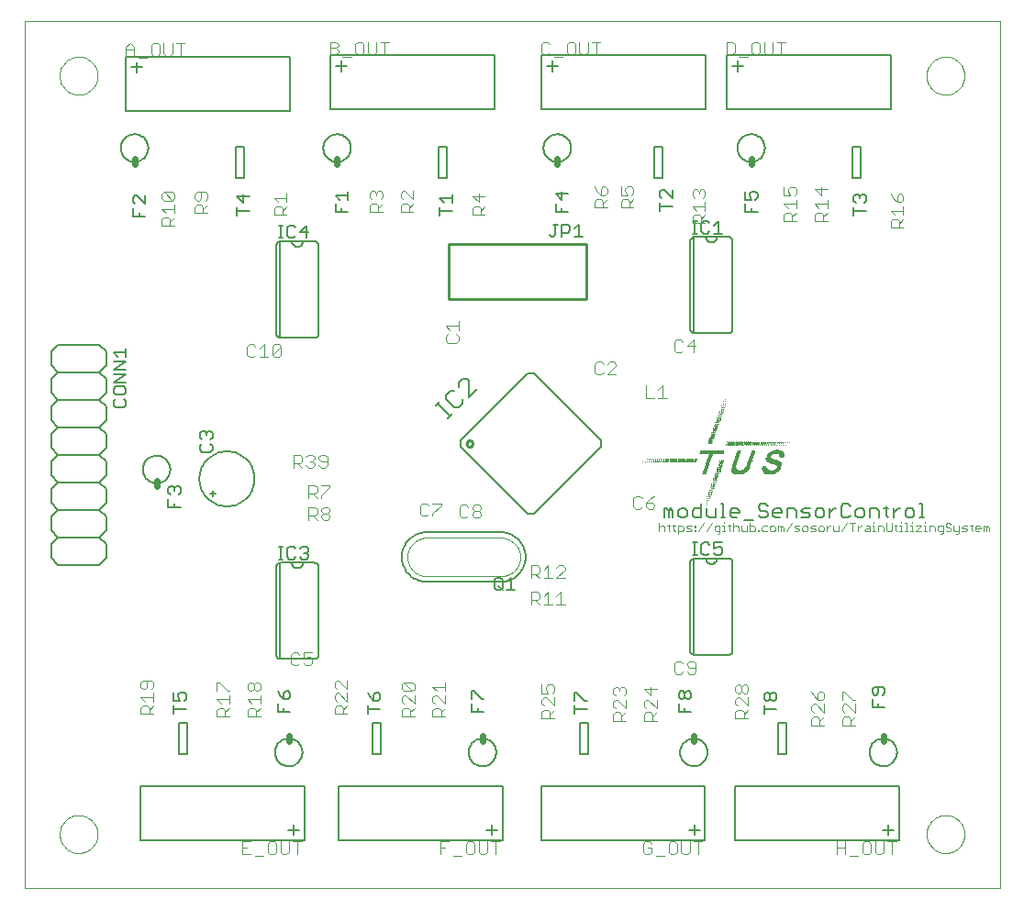
<source format=gto>
G75*
G70*
%OFA0B0*%
%FSLAX24Y24*%
%IPPOS*%
%LPD*%
%AMOC8*
5,1,8,0,0,1.08239X$1,22.5*
%
%ADD10C,0.0000*%
%ADD11R,0.0015X0.0015*%
%ADD12R,0.0030X0.0015*%
%ADD13R,0.0045X0.0015*%
%ADD14R,0.0060X0.0015*%
%ADD15R,0.0195X0.0015*%
%ADD16R,0.0165X0.0015*%
%ADD17R,0.0090X0.0015*%
%ADD18R,0.0315X0.0015*%
%ADD19R,0.0300X0.0015*%
%ADD20R,0.0390X0.0015*%
%ADD21R,0.0375X0.0015*%
%ADD22R,0.0435X0.0015*%
%ADD23R,0.0420X0.0015*%
%ADD24R,0.0480X0.0015*%
%ADD25R,0.0465X0.0015*%
%ADD26R,0.0510X0.0015*%
%ADD27R,0.0555X0.0015*%
%ADD28R,0.0540X0.0015*%
%ADD29R,0.0570X0.0015*%
%ADD30R,0.0600X0.0015*%
%ADD31R,0.0240X0.0015*%
%ADD32R,0.0225X0.0015*%
%ADD33R,0.0210X0.0015*%
%ADD34R,0.0135X0.0015*%
%ADD35R,0.0180X0.0015*%
%ADD36R,0.0150X0.0015*%
%ADD37R,0.0270X0.0015*%
%ADD38R,0.0450X0.0015*%
%ADD39R,0.0525X0.0015*%
%ADD40R,0.0330X0.0015*%
%ADD41R,0.0855X0.0015*%
%ADD42R,0.0870X0.0015*%
%ADD43R,0.0405X0.0015*%
%ADD44R,0.0360X0.0015*%
%ADD45R,0.0285X0.0015*%
%ADD46R,0.0675X0.0015*%
%ADD47C,0.0070*%
%ADD48C,0.0030*%
%ADD49C,0.0060*%
%ADD50C,0.0050*%
%ADD51C,0.0040*%
%ADD52C,0.0020*%
%ADD53C,0.0080*%
%ADD54C,0.0100*%
%ADD55C,0.0240*%
D10*
X001140Y001640D02*
X001140Y033136D01*
X036573Y033136D01*
X036573Y001640D01*
X001140Y001640D01*
X002420Y003609D02*
X002422Y003661D01*
X002428Y003713D01*
X002438Y003764D01*
X002451Y003814D01*
X002469Y003864D01*
X002490Y003911D01*
X002514Y003957D01*
X002543Y004001D01*
X002574Y004043D01*
X002608Y004082D01*
X002645Y004119D01*
X002685Y004152D01*
X002728Y004183D01*
X002772Y004210D01*
X002818Y004234D01*
X002867Y004254D01*
X002916Y004270D01*
X002967Y004283D01*
X003018Y004292D01*
X003070Y004297D01*
X003122Y004298D01*
X003174Y004295D01*
X003226Y004288D01*
X003277Y004277D01*
X003327Y004263D01*
X003376Y004244D01*
X003423Y004222D01*
X003468Y004197D01*
X003512Y004168D01*
X003553Y004136D01*
X003592Y004101D01*
X003627Y004063D01*
X003660Y004022D01*
X003690Y003980D01*
X003716Y003935D01*
X003739Y003888D01*
X003758Y003839D01*
X003774Y003789D01*
X003786Y003739D01*
X003794Y003687D01*
X003798Y003635D01*
X003798Y003583D01*
X003794Y003531D01*
X003786Y003479D01*
X003774Y003429D01*
X003758Y003379D01*
X003739Y003330D01*
X003716Y003283D01*
X003690Y003238D01*
X003660Y003196D01*
X003627Y003155D01*
X003592Y003117D01*
X003553Y003082D01*
X003512Y003050D01*
X003468Y003021D01*
X003423Y002996D01*
X003376Y002974D01*
X003327Y002955D01*
X003277Y002941D01*
X003226Y002930D01*
X003174Y002923D01*
X003122Y002920D01*
X003070Y002921D01*
X003018Y002926D01*
X002967Y002935D01*
X002916Y002948D01*
X002867Y002964D01*
X002818Y002984D01*
X002772Y003008D01*
X002728Y003035D01*
X002685Y003066D01*
X002645Y003099D01*
X002608Y003136D01*
X002574Y003175D01*
X002543Y003217D01*
X002514Y003261D01*
X002490Y003307D01*
X002469Y003354D01*
X002451Y003404D01*
X002438Y003454D01*
X002428Y003505D01*
X002422Y003557D01*
X002420Y003609D01*
X002420Y031168D02*
X002422Y031220D01*
X002428Y031272D01*
X002438Y031323D01*
X002451Y031373D01*
X002469Y031423D01*
X002490Y031470D01*
X002514Y031516D01*
X002543Y031560D01*
X002574Y031602D01*
X002608Y031641D01*
X002645Y031678D01*
X002685Y031711D01*
X002728Y031742D01*
X002772Y031769D01*
X002818Y031793D01*
X002867Y031813D01*
X002916Y031829D01*
X002967Y031842D01*
X003018Y031851D01*
X003070Y031856D01*
X003122Y031857D01*
X003174Y031854D01*
X003226Y031847D01*
X003277Y031836D01*
X003327Y031822D01*
X003376Y031803D01*
X003423Y031781D01*
X003468Y031756D01*
X003512Y031727D01*
X003553Y031695D01*
X003592Y031660D01*
X003627Y031622D01*
X003660Y031581D01*
X003690Y031539D01*
X003716Y031494D01*
X003739Y031447D01*
X003758Y031398D01*
X003774Y031348D01*
X003786Y031298D01*
X003794Y031246D01*
X003798Y031194D01*
X003798Y031142D01*
X003794Y031090D01*
X003786Y031038D01*
X003774Y030988D01*
X003758Y030938D01*
X003739Y030889D01*
X003716Y030842D01*
X003690Y030797D01*
X003660Y030755D01*
X003627Y030714D01*
X003592Y030676D01*
X003553Y030641D01*
X003512Y030609D01*
X003468Y030580D01*
X003423Y030555D01*
X003376Y030533D01*
X003327Y030514D01*
X003277Y030500D01*
X003226Y030489D01*
X003174Y030482D01*
X003122Y030479D01*
X003070Y030480D01*
X003018Y030485D01*
X002967Y030494D01*
X002916Y030507D01*
X002867Y030523D01*
X002818Y030543D01*
X002772Y030567D01*
X002728Y030594D01*
X002685Y030625D01*
X002645Y030658D01*
X002608Y030695D01*
X002574Y030734D01*
X002543Y030776D01*
X002514Y030820D01*
X002490Y030866D01*
X002469Y030913D01*
X002451Y030963D01*
X002438Y031013D01*
X002428Y031064D01*
X002422Y031116D01*
X002420Y031168D01*
X033916Y031168D02*
X033918Y031220D01*
X033924Y031272D01*
X033934Y031323D01*
X033947Y031373D01*
X033965Y031423D01*
X033986Y031470D01*
X034010Y031516D01*
X034039Y031560D01*
X034070Y031602D01*
X034104Y031641D01*
X034141Y031678D01*
X034181Y031711D01*
X034224Y031742D01*
X034268Y031769D01*
X034314Y031793D01*
X034363Y031813D01*
X034412Y031829D01*
X034463Y031842D01*
X034514Y031851D01*
X034566Y031856D01*
X034618Y031857D01*
X034670Y031854D01*
X034722Y031847D01*
X034773Y031836D01*
X034823Y031822D01*
X034872Y031803D01*
X034919Y031781D01*
X034964Y031756D01*
X035008Y031727D01*
X035049Y031695D01*
X035088Y031660D01*
X035123Y031622D01*
X035156Y031581D01*
X035186Y031539D01*
X035212Y031494D01*
X035235Y031447D01*
X035254Y031398D01*
X035270Y031348D01*
X035282Y031298D01*
X035290Y031246D01*
X035294Y031194D01*
X035294Y031142D01*
X035290Y031090D01*
X035282Y031038D01*
X035270Y030988D01*
X035254Y030938D01*
X035235Y030889D01*
X035212Y030842D01*
X035186Y030797D01*
X035156Y030755D01*
X035123Y030714D01*
X035088Y030676D01*
X035049Y030641D01*
X035008Y030609D01*
X034964Y030580D01*
X034919Y030555D01*
X034872Y030533D01*
X034823Y030514D01*
X034773Y030500D01*
X034722Y030489D01*
X034670Y030482D01*
X034618Y030479D01*
X034566Y030480D01*
X034514Y030485D01*
X034463Y030494D01*
X034412Y030507D01*
X034363Y030523D01*
X034314Y030543D01*
X034268Y030567D01*
X034224Y030594D01*
X034181Y030625D01*
X034141Y030658D01*
X034104Y030695D01*
X034070Y030734D01*
X034039Y030776D01*
X034010Y030820D01*
X033986Y030866D01*
X033965Y030913D01*
X033947Y030963D01*
X033934Y031013D01*
X033924Y031064D01*
X033918Y031116D01*
X033916Y031168D01*
X033916Y003609D02*
X033918Y003661D01*
X033924Y003713D01*
X033934Y003764D01*
X033947Y003814D01*
X033965Y003864D01*
X033986Y003911D01*
X034010Y003957D01*
X034039Y004001D01*
X034070Y004043D01*
X034104Y004082D01*
X034141Y004119D01*
X034181Y004152D01*
X034224Y004183D01*
X034268Y004210D01*
X034314Y004234D01*
X034363Y004254D01*
X034412Y004270D01*
X034463Y004283D01*
X034514Y004292D01*
X034566Y004297D01*
X034618Y004298D01*
X034670Y004295D01*
X034722Y004288D01*
X034773Y004277D01*
X034823Y004263D01*
X034872Y004244D01*
X034919Y004222D01*
X034964Y004197D01*
X035008Y004168D01*
X035049Y004136D01*
X035088Y004101D01*
X035123Y004063D01*
X035156Y004022D01*
X035186Y003980D01*
X035212Y003935D01*
X035235Y003888D01*
X035254Y003839D01*
X035270Y003789D01*
X035282Y003739D01*
X035290Y003687D01*
X035294Y003635D01*
X035294Y003583D01*
X035290Y003531D01*
X035282Y003479D01*
X035270Y003429D01*
X035254Y003379D01*
X035235Y003330D01*
X035212Y003283D01*
X035186Y003238D01*
X035156Y003196D01*
X035123Y003155D01*
X035088Y003117D01*
X035049Y003082D01*
X035008Y003050D01*
X034964Y003021D01*
X034919Y002996D01*
X034872Y002974D01*
X034823Y002955D01*
X034773Y002941D01*
X034722Y002930D01*
X034670Y002923D01*
X034618Y002920D01*
X034566Y002921D01*
X034514Y002926D01*
X034463Y002935D01*
X034412Y002948D01*
X034363Y002964D01*
X034314Y002984D01*
X034268Y003008D01*
X034224Y003035D01*
X034181Y003066D01*
X034141Y003099D01*
X034104Y003136D01*
X034070Y003175D01*
X034039Y003217D01*
X034010Y003261D01*
X033986Y003307D01*
X033965Y003354D01*
X033947Y003404D01*
X033934Y003454D01*
X033924Y003505D01*
X033918Y003557D01*
X033916Y003609D01*
D11*
X025955Y015560D03*
X025955Y015695D03*
X025955Y015770D03*
X025955Y015845D03*
X026030Y015845D03*
X026030Y015875D03*
X026030Y015920D03*
X026030Y015950D03*
X026030Y015995D03*
X026030Y016025D03*
X026105Y016070D03*
X026165Y016085D03*
X026165Y016100D03*
X026180Y016145D03*
X026120Y016295D03*
X026120Y016310D03*
X026195Y016520D03*
X026210Y016535D03*
X026255Y016565D03*
X026255Y016640D03*
X026330Y016640D03*
X026330Y016655D03*
X026330Y016715D03*
X026330Y016730D03*
X026330Y016790D03*
X026330Y016805D03*
X026330Y016865D03*
X026330Y016880D03*
X026405Y016880D03*
X026405Y016865D03*
X026405Y016805D03*
X026405Y016790D03*
X026390Y016700D03*
X026330Y016580D03*
X026330Y016565D03*
X026315Y016460D03*
X026465Y016895D03*
X026465Y016925D03*
X026465Y016940D03*
X026480Y016955D03*
X026405Y016955D03*
X026405Y016940D03*
X026405Y017090D03*
X026420Y017105D03*
X026420Y017120D03*
X026435Y017150D03*
X026480Y017180D03*
X026555Y017180D03*
X026540Y017120D03*
X026645Y017735D03*
X026705Y017780D03*
X026780Y017780D03*
X026855Y017780D03*
X026930Y017780D03*
X026930Y017840D03*
X027005Y017840D03*
X027005Y017780D03*
X027080Y017780D03*
X027080Y017765D03*
X027080Y017840D03*
X027155Y017840D03*
X027155Y017780D03*
X027155Y017765D03*
X027230Y017765D03*
X027230Y017780D03*
X027230Y017840D03*
X027305Y017840D03*
X027305Y017780D03*
X027305Y017765D03*
X027380Y017765D03*
X027380Y017780D03*
X027380Y017840D03*
X027455Y017840D03*
X027530Y017840D03*
X027530Y017765D03*
X027455Y017765D03*
X027605Y017765D03*
X028280Y017795D03*
X028355Y017795D03*
X028355Y017750D03*
X028430Y017750D03*
X028430Y017795D03*
X028430Y017825D03*
X028505Y017825D03*
X028505Y017795D03*
X028580Y017795D03*
X028580Y017735D03*
X028655Y017735D03*
X028655Y017795D03*
X028730Y017795D03*
X028730Y017735D03*
X028805Y017735D03*
X028955Y017810D03*
X026540Y018935D03*
X026555Y018995D03*
X026555Y019025D03*
X026555Y019070D03*
X026555Y019100D03*
X026555Y019145D03*
X026615Y019160D03*
X026630Y019220D03*
X026555Y019220D03*
X026555Y019310D03*
X026630Y019385D03*
X026480Y019160D03*
X026480Y019145D03*
X026480Y019100D03*
X026480Y019070D03*
X026480Y019025D03*
X026480Y018995D03*
X026480Y018920D03*
X026480Y018845D03*
X026465Y018770D03*
X026345Y018770D03*
X026345Y018785D03*
X026330Y018725D03*
X026390Y018545D03*
X026330Y018440D03*
X026255Y018440D03*
X026210Y018410D03*
X026195Y018350D03*
X026180Y018305D03*
X026180Y018290D03*
X026180Y018230D03*
X026180Y018215D03*
X026180Y018155D03*
X026180Y018140D03*
X026180Y018080D03*
X026180Y018065D03*
X026180Y018005D03*
X026165Y017945D03*
X026105Y017930D03*
X026045Y017930D03*
X026030Y017915D03*
X026060Y017975D03*
X026105Y018005D03*
X026105Y018065D03*
X026105Y018080D03*
X026120Y018170D03*
X026240Y018125D03*
X026255Y018215D03*
X026255Y018230D03*
X026255Y018290D03*
X026255Y018365D03*
X026315Y018350D03*
X026315Y018335D03*
X026105Y017780D03*
X025505Y017105D03*
X025430Y017105D03*
X025355Y017105D03*
X025280Y017105D03*
X025280Y017165D03*
X025280Y017180D03*
X025355Y017180D03*
X025205Y017180D03*
X025205Y017165D03*
X025205Y017105D03*
X025130Y017105D03*
X025130Y017165D03*
X025130Y017180D03*
X025055Y017180D03*
X025055Y017165D03*
X025055Y017105D03*
X024980Y017105D03*
X024980Y017165D03*
X024980Y017180D03*
X024905Y017180D03*
X024905Y017165D03*
X024830Y017165D03*
X024230Y017195D03*
X024155Y017195D03*
X024080Y017195D03*
X024080Y017150D03*
X024080Y017120D03*
X024155Y017120D03*
X024005Y017120D03*
X024005Y017150D03*
X024005Y017195D03*
X023930Y017195D03*
X023855Y017195D03*
X023855Y017210D03*
X023780Y017210D03*
X023705Y017135D03*
X023630Y017135D03*
X023855Y017120D03*
X023930Y017120D03*
X026105Y015950D03*
X026105Y015920D03*
X026090Y015860D03*
X026030Y015770D03*
X026405Y018950D03*
D12*
X026413Y018935D03*
X026413Y018920D03*
X026398Y018875D03*
X026413Y018845D03*
X026398Y018800D03*
X026473Y018800D03*
X026473Y018785D03*
X026473Y018875D03*
X026473Y018950D03*
X026548Y019010D03*
X026548Y019160D03*
X026548Y019235D03*
X026623Y019235D03*
X026623Y019310D03*
X026398Y018725D03*
X026338Y018695D03*
X026398Y018620D03*
X026398Y018575D03*
X026398Y018560D03*
X026263Y018545D03*
X026323Y018395D03*
X026188Y018320D03*
X026248Y018200D03*
X026248Y018170D03*
X026113Y018125D03*
X026098Y017990D03*
X026173Y017990D03*
X026173Y017975D03*
X026098Y017915D03*
X026113Y017855D03*
X026098Y017840D03*
X026098Y017795D03*
X026038Y017780D03*
X026023Y017840D03*
X026038Y017855D03*
X026038Y017945D03*
X026653Y017750D03*
X026698Y017765D03*
X026773Y017765D03*
X026848Y017765D03*
X026923Y017765D03*
X026998Y017765D03*
X027073Y017735D03*
X027148Y017735D03*
X027298Y017735D03*
X027373Y017735D03*
X027448Y017735D03*
X027523Y017735D03*
X027598Y017735D03*
X027673Y017735D03*
X027748Y017735D03*
X027823Y017735D03*
X027898Y017735D03*
X027973Y017735D03*
X027973Y017750D03*
X028048Y017750D03*
X028048Y017735D03*
X028123Y017735D03*
X028123Y017750D03*
X028138Y017795D03*
X028123Y017825D03*
X028198Y017825D03*
X028213Y017795D03*
X028198Y017750D03*
X028198Y017735D03*
X028273Y017735D03*
X028273Y017750D03*
X028273Y017825D03*
X028348Y017825D03*
X028348Y017735D03*
X028423Y017735D03*
X028498Y017735D03*
X028723Y017810D03*
X028798Y017810D03*
X028873Y017810D03*
X028048Y017825D03*
X027973Y017825D03*
X026848Y017840D03*
X026773Y017840D03*
X026698Y017840D03*
X026548Y017165D03*
X026548Y017150D03*
X026488Y017105D03*
X026473Y017090D03*
X026488Y017030D03*
X026473Y017015D03*
X026473Y016970D03*
X026413Y017030D03*
X026398Y017015D03*
X026353Y016925D03*
X026338Y016895D03*
X026398Y016745D03*
X026263Y016700D03*
X026263Y016670D03*
X026323Y016550D03*
X026323Y016535D03*
X026323Y016520D03*
X026188Y016475D03*
X026188Y016445D03*
X026248Y016370D03*
X026248Y016325D03*
X026248Y016310D03*
X026113Y016250D03*
X026113Y016220D03*
X026098Y016175D03*
X026113Y016145D03*
X026098Y016100D03*
X026038Y016085D03*
X026038Y016070D03*
X026098Y016025D03*
X026113Y015995D03*
X026098Y015935D03*
X025963Y015860D03*
X025948Y015785D03*
X025948Y015710D03*
X026023Y015710D03*
X025948Y015635D03*
X026173Y016175D03*
X026473Y017165D03*
X025573Y017195D03*
X025573Y017210D03*
X025513Y017180D03*
X025498Y017165D03*
X025438Y017180D03*
X025423Y017165D03*
X025348Y017165D03*
X024388Y017195D03*
X024373Y017210D03*
X024373Y017150D03*
X024313Y017120D03*
X024298Y017150D03*
X024313Y017195D03*
X024298Y017210D03*
X024223Y017210D03*
X024223Y017150D03*
X024238Y017120D03*
X024148Y017150D03*
X024148Y017210D03*
X024073Y017210D03*
X023998Y017210D03*
X023923Y017210D03*
X023848Y017135D03*
X023773Y017135D03*
D13*
X023930Y017135D03*
X024005Y017135D03*
X024080Y017135D03*
X024155Y017135D03*
X024230Y017135D03*
X024305Y017135D03*
X024380Y017135D03*
X024380Y017120D03*
X024455Y017120D03*
X024455Y017135D03*
X024455Y017150D03*
X024455Y017195D03*
X024455Y017210D03*
X024530Y017210D03*
X024530Y017195D03*
X024530Y017150D03*
X024530Y017135D03*
X024530Y017120D03*
X024605Y017120D03*
X024605Y017150D03*
X024605Y017195D03*
X024605Y017210D03*
X024680Y017210D03*
X024680Y017195D03*
X024680Y017150D03*
X024680Y017120D03*
X024755Y017120D03*
X024755Y017150D03*
X024755Y017195D03*
X024755Y017210D03*
X024830Y017210D03*
X024830Y017195D03*
X024830Y017150D03*
X024830Y017120D03*
X024905Y017120D03*
X024905Y017150D03*
X024905Y017195D03*
X024905Y017210D03*
X024980Y017210D03*
X024980Y017195D03*
X024980Y017150D03*
X024980Y017120D03*
X025055Y017120D03*
X025055Y017150D03*
X025055Y017195D03*
X025055Y017210D03*
X025130Y017210D03*
X025130Y017195D03*
X025205Y017195D03*
X025205Y017210D03*
X025280Y017210D03*
X025280Y017195D03*
X025355Y017195D03*
X025355Y017210D03*
X025430Y017210D03*
X025430Y017195D03*
X025505Y017195D03*
X025505Y017210D03*
X025505Y017120D03*
X025430Y017120D03*
X025355Y017120D03*
X025280Y017120D03*
X025205Y017120D03*
X025130Y017120D03*
X026030Y017795D03*
X026030Y017870D03*
X026045Y017900D03*
X026105Y017870D03*
X026105Y017825D03*
X026105Y017945D03*
X026105Y018020D03*
X026105Y018095D03*
X026180Y018095D03*
X026180Y018050D03*
X026180Y018020D03*
X026180Y018170D03*
X026180Y018200D03*
X026180Y018245D03*
X026180Y018275D03*
X026195Y018335D03*
X026255Y018350D03*
X026255Y018320D03*
X026255Y018275D03*
X026255Y018260D03*
X026255Y018245D03*
X026255Y018395D03*
X026255Y018425D03*
X026255Y018470D03*
X026255Y018500D03*
X026270Y018560D03*
X026330Y018575D03*
X026330Y018545D03*
X026330Y018500D03*
X026330Y018470D03*
X026330Y018425D03*
X026330Y018410D03*
X026330Y018620D03*
X026330Y018635D03*
X026330Y018650D03*
X026330Y018710D03*
X026405Y018710D03*
X026405Y018695D03*
X026405Y018650D03*
X026405Y018635D03*
X026405Y018770D03*
X026405Y018785D03*
X026405Y018860D03*
X026480Y018860D03*
X026480Y018935D03*
X026480Y019010D03*
X026480Y019085D03*
X026555Y019085D03*
X026705Y017795D03*
X026705Y017735D03*
X026780Y017735D03*
X026780Y017795D03*
X026855Y017795D03*
X026855Y017735D03*
X026930Y017735D03*
X026930Y017795D03*
X027005Y017795D03*
X027005Y017735D03*
X027080Y017750D03*
X027080Y017795D03*
X027155Y017795D03*
X027155Y017825D03*
X027230Y017825D03*
X027230Y017795D03*
X027230Y017750D03*
X027230Y017735D03*
X027305Y017750D03*
X027305Y017795D03*
X027305Y017825D03*
X027380Y017825D03*
X027380Y017795D03*
X027380Y017750D03*
X027455Y017750D03*
X027455Y017795D03*
X027455Y017825D03*
X027530Y017825D03*
X027530Y017795D03*
X027530Y017750D03*
X027605Y017750D03*
X027605Y017795D03*
X027605Y017825D03*
X027680Y017825D03*
X027680Y017795D03*
X027680Y017750D03*
X027755Y017750D03*
X027755Y017795D03*
X027755Y017825D03*
X027830Y017825D03*
X027830Y017810D03*
X027830Y017795D03*
X027830Y017750D03*
X027905Y017750D03*
X027905Y017795D03*
X027905Y017810D03*
X027905Y017825D03*
X027980Y017810D03*
X027980Y017795D03*
X028055Y017795D03*
X028055Y017810D03*
X028130Y017810D03*
X028205Y017810D03*
X028280Y017810D03*
X028355Y017810D03*
X028430Y017810D03*
X028505Y017810D03*
X028580Y017810D03*
X028655Y017810D03*
X027155Y017750D03*
X026480Y017120D03*
X026420Y017075D03*
X026405Y017045D03*
X026480Y017045D03*
X026480Y017000D03*
X026405Y016970D03*
X026405Y016895D03*
X026405Y016850D03*
X026405Y016820D03*
X026405Y016775D03*
X026405Y016760D03*
X026330Y016775D03*
X026330Y016745D03*
X026330Y016700D03*
X026330Y016670D03*
X026330Y016625D03*
X026330Y016610D03*
X026330Y016595D03*
X026255Y016595D03*
X026255Y016625D03*
X026270Y016685D03*
X026255Y016550D03*
X026255Y016520D03*
X026255Y016475D03*
X026255Y016445D03*
X026255Y016400D03*
X026255Y016385D03*
X026180Y016385D03*
X026180Y016400D03*
X026180Y016370D03*
X026180Y016325D03*
X026180Y016310D03*
X026180Y016295D03*
X026180Y016250D03*
X026180Y016235D03*
X026180Y016220D03*
X026180Y016160D03*
X026105Y016160D03*
X026105Y016235D03*
X026105Y016085D03*
X026105Y016010D03*
X026030Y016010D03*
X026030Y015935D03*
X026030Y015860D03*
X026030Y015785D03*
X026195Y016460D03*
X026330Y016820D03*
D14*
X026338Y016850D03*
X026413Y016925D03*
X026413Y017000D03*
X026488Y017075D03*
X026488Y017150D03*
X026713Y017750D03*
X026788Y017750D03*
X026863Y017750D03*
X026938Y017750D03*
X027013Y017750D03*
X027013Y017825D03*
X027088Y017825D03*
X026938Y017825D03*
X026863Y017825D03*
X027388Y017810D03*
X027463Y017810D03*
X027538Y017810D03*
X027613Y017810D03*
X027688Y017810D03*
X027763Y017810D03*
X026338Y018485D03*
X026338Y018560D03*
X026263Y018485D03*
X026263Y018410D03*
X026263Y018335D03*
X026188Y018260D03*
X026188Y018125D03*
X026113Y018050D03*
X026113Y017975D03*
X026113Y017900D03*
X026038Y017825D03*
X025513Y017150D03*
X025438Y017150D03*
X025363Y017150D03*
X025288Y017150D03*
X025213Y017150D03*
X025138Y017150D03*
X024988Y017135D03*
X024913Y017135D03*
X024838Y017135D03*
X024763Y017135D03*
X024688Y017135D03*
X024613Y017135D03*
X026263Y016610D03*
X026263Y016535D03*
X026263Y016460D03*
D15*
X026915Y016835D03*
X027080Y016670D03*
X027335Y016820D03*
X027350Y016835D03*
X028040Y016850D03*
X028220Y016670D03*
X028475Y016820D03*
X028550Y017000D03*
X028655Y017375D03*
X028235Y017390D03*
D16*
X028205Y017360D03*
X028190Y017330D03*
X028175Y017300D03*
X028175Y017285D03*
X028175Y017270D03*
X028025Y016940D03*
X028025Y016925D03*
X028025Y016910D03*
X028025Y016895D03*
X028535Y016880D03*
X028535Y016865D03*
X028550Y016895D03*
X028550Y016910D03*
X028565Y016940D03*
X028565Y016955D03*
X028565Y016970D03*
X028670Y017315D03*
X028490Y017540D03*
X027635Y017525D03*
X027620Y017510D03*
X027620Y017495D03*
X027620Y017480D03*
X027605Y017465D03*
X027605Y017450D03*
X027605Y017435D03*
X027590Y017420D03*
X027590Y017405D03*
X027590Y017390D03*
X027575Y017375D03*
X027575Y017360D03*
X027575Y017345D03*
X027560Y017330D03*
X027560Y017315D03*
X027560Y017300D03*
X027545Y017285D03*
X027545Y017270D03*
X027545Y017255D03*
X027530Y017240D03*
X027530Y017225D03*
X027530Y017210D03*
X027515Y017195D03*
X027515Y017180D03*
X027500Y017150D03*
X027500Y017135D03*
X027485Y017120D03*
X027485Y017105D03*
X027485Y017090D03*
X027470Y017075D03*
X027470Y017060D03*
X027470Y017045D03*
X027455Y017030D03*
X027455Y017015D03*
X027455Y017000D03*
X027440Y016985D03*
X027440Y016970D03*
X027425Y016955D03*
X027425Y016940D03*
X027410Y016910D03*
X027380Y016865D03*
X026945Y017030D03*
X026945Y017045D03*
X026945Y017060D03*
X026960Y017075D03*
X026960Y017090D03*
X026960Y017105D03*
X026975Y017120D03*
X026975Y017135D03*
X026975Y017150D03*
X026990Y017165D03*
X026990Y017180D03*
X026990Y017195D03*
X027005Y017210D03*
X027005Y017225D03*
X027005Y017240D03*
X027020Y017255D03*
X027020Y017270D03*
X027035Y017300D03*
X027035Y017315D03*
X027050Y017345D03*
X027050Y017360D03*
X027065Y017390D03*
X027065Y017405D03*
X027080Y017435D03*
X027080Y017450D03*
X027095Y017480D03*
X027095Y017495D03*
X027110Y017510D03*
X027110Y017525D03*
X026930Y017015D03*
X026930Y017000D03*
X026930Y016985D03*
X026915Y016955D03*
X026915Y016940D03*
X026915Y016925D03*
X026915Y016910D03*
X026405Y016910D03*
X025985Y017105D03*
X025985Y017120D03*
X025985Y017135D03*
X026000Y017150D03*
X026000Y017165D03*
X026000Y017180D03*
X026015Y017195D03*
X026015Y017210D03*
X026030Y017240D03*
X026030Y017255D03*
X026045Y017285D03*
X026045Y017300D03*
X026060Y017315D03*
X026060Y017330D03*
X026060Y017345D03*
X026075Y017360D03*
X026075Y017375D03*
X026075Y017390D03*
X025970Y017090D03*
X025970Y017075D03*
X025970Y017060D03*
X025955Y017045D03*
X025955Y017030D03*
X025955Y017015D03*
X025940Y017000D03*
X025940Y016985D03*
X025940Y016970D03*
X025925Y016955D03*
X025925Y016940D03*
X025925Y016925D03*
X025910Y016910D03*
X025910Y016895D03*
X025910Y016880D03*
X025895Y016865D03*
X025895Y016850D03*
X025895Y016835D03*
X025880Y016820D03*
X025880Y016805D03*
X025880Y016790D03*
X025865Y016775D03*
X025865Y016760D03*
X025865Y016745D03*
X025850Y016730D03*
X025850Y016715D03*
X025850Y016700D03*
X025835Y016685D03*
X026105Y017960D03*
X026165Y018110D03*
D17*
X026323Y016760D03*
X026353Y016685D03*
D18*
X027080Y016685D03*
X028490Y017045D03*
D19*
X028228Y016685D03*
D20*
X027088Y016700D03*
D21*
X028220Y016700D03*
X028460Y017060D03*
X028280Y017180D03*
D22*
X027095Y016715D03*
D23*
X028228Y016715D03*
X028423Y017075D03*
X028303Y017165D03*
D24*
X028468Y017465D03*
X027103Y016730D03*
D25*
X028235Y016730D03*
X028385Y017105D03*
X028370Y017120D03*
X028355Y017135D03*
X028475Y017480D03*
D26*
X028243Y016745D03*
X027103Y016745D03*
D27*
X027110Y016760D03*
X028460Y017435D03*
D28*
X028243Y016760D03*
D29*
X028243Y016775D03*
X028453Y017420D03*
X027118Y016775D03*
D30*
X027118Y016790D03*
X028258Y016790D03*
D31*
X028078Y016805D03*
X028198Y017225D03*
X027313Y016805D03*
X026938Y016805D03*
D32*
X028055Y016820D03*
X028445Y016805D03*
X028535Y017015D03*
X028625Y017405D03*
X028265Y017405D03*
D33*
X028183Y017240D03*
X028048Y016835D03*
X028648Y017390D03*
X026923Y016820D03*
D34*
X026435Y016985D03*
X026450Y017060D03*
X026375Y016835D03*
X026060Y017810D03*
X026075Y017885D03*
X026135Y018035D03*
X026750Y017825D03*
D35*
X026908Y016895D03*
X026908Y016880D03*
X026908Y016865D03*
X026908Y016850D03*
X027373Y016850D03*
X027388Y016880D03*
X027403Y016895D03*
X027418Y016925D03*
X027508Y017165D03*
X028033Y016880D03*
X028033Y016865D03*
X028168Y017255D03*
X028228Y017375D03*
X028663Y017360D03*
X028663Y017345D03*
X028663Y017330D03*
X028558Y016985D03*
X028513Y016850D03*
X028498Y016835D03*
D36*
X028558Y016925D03*
X028663Y017285D03*
X028663Y017300D03*
X028198Y017345D03*
X028183Y017315D03*
X028033Y016955D03*
X027028Y017285D03*
X027043Y017330D03*
X027058Y017375D03*
X027073Y017420D03*
X027088Y017465D03*
X026923Y016970D03*
X026488Y017135D03*
X026038Y017270D03*
X026023Y017225D03*
X026188Y018185D03*
D37*
X028213Y017210D03*
X028513Y017030D03*
D38*
X028408Y017090D03*
X028333Y017150D03*
D39*
X028460Y017450D03*
X025295Y017135D03*
D40*
X028243Y017195D03*
D41*
X026135Y017525D03*
X026120Y017495D03*
X026120Y017480D03*
X026105Y017450D03*
X026105Y017435D03*
X026090Y017405D03*
D42*
X026098Y017420D03*
X026113Y017465D03*
X026128Y017510D03*
D43*
X028475Y017495D03*
D44*
X028483Y017510D03*
D45*
X028490Y017525D03*
D46*
X027005Y017810D03*
D47*
X026519Y015605D02*
X026519Y015115D01*
X026438Y015115D02*
X026601Y015115D01*
X026781Y015197D02*
X026781Y015360D01*
X026863Y015442D01*
X027027Y015442D01*
X027108Y015360D01*
X027108Y015278D01*
X026781Y015278D01*
X026781Y015197D02*
X026863Y015115D01*
X027027Y015115D01*
X027297Y015033D02*
X027624Y015033D01*
X027813Y015197D02*
X027894Y015115D01*
X028058Y015115D01*
X028140Y015197D01*
X028140Y015278D01*
X028058Y015360D01*
X027894Y015360D01*
X027813Y015442D01*
X027813Y015524D01*
X027894Y015605D01*
X028058Y015605D01*
X028140Y015524D01*
X028328Y015360D02*
X028410Y015442D01*
X028573Y015442D01*
X028655Y015360D01*
X028655Y015278D01*
X028328Y015278D01*
X028328Y015197D02*
X028328Y015360D01*
X028328Y015197D02*
X028410Y015115D01*
X028573Y015115D01*
X028844Y015115D02*
X028844Y015442D01*
X029089Y015442D01*
X029171Y015360D01*
X029171Y015115D01*
X029360Y015115D02*
X029605Y015115D01*
X029686Y015197D01*
X029605Y015278D01*
X029441Y015278D01*
X029360Y015360D01*
X029441Y015442D01*
X029686Y015442D01*
X029875Y015360D02*
X029875Y015197D01*
X029957Y015115D01*
X030120Y015115D01*
X030202Y015197D01*
X030202Y015360D01*
X030120Y015442D01*
X029957Y015442D01*
X029875Y015360D01*
X030391Y015278D02*
X030554Y015442D01*
X030636Y015442D01*
X030820Y015524D02*
X030820Y015197D01*
X030902Y015115D01*
X031066Y015115D01*
X031147Y015197D01*
X031336Y015197D02*
X031418Y015115D01*
X031581Y015115D01*
X031663Y015197D01*
X031663Y015360D01*
X031581Y015442D01*
X031418Y015442D01*
X031336Y015360D01*
X031336Y015197D01*
X031147Y015524D02*
X031066Y015605D01*
X030902Y015605D01*
X030820Y015524D01*
X030391Y015442D02*
X030391Y015115D01*
X031852Y015115D02*
X031852Y015442D01*
X032097Y015442D01*
X032179Y015360D01*
X032179Y015115D01*
X032449Y015197D02*
X032449Y015524D01*
X032367Y015442D02*
X032531Y015442D01*
X032711Y015442D02*
X032711Y015115D01*
X032711Y015278D02*
X032875Y015442D01*
X032956Y015442D01*
X033141Y015360D02*
X033141Y015197D01*
X033223Y015115D01*
X033386Y015115D01*
X033468Y015197D01*
X033468Y015360D01*
X033386Y015442D01*
X033223Y015442D01*
X033141Y015360D01*
X033657Y015115D02*
X033820Y015115D01*
X033738Y015115D02*
X033738Y015605D01*
X033657Y015605D01*
X032531Y015115D02*
X032449Y015197D01*
X026519Y015605D02*
X026438Y015605D01*
X026249Y015442D02*
X026249Y015115D01*
X026004Y015115D01*
X025922Y015197D01*
X025922Y015442D01*
X025733Y015442D02*
X025488Y015442D01*
X025406Y015360D01*
X025406Y015197D01*
X025488Y015115D01*
X025733Y015115D01*
X025733Y015605D01*
X025218Y015360D02*
X025136Y015442D01*
X024972Y015442D01*
X024891Y015360D01*
X024891Y015197D01*
X024972Y015115D01*
X025136Y015115D01*
X025218Y015197D01*
X025218Y015360D01*
X024702Y015360D02*
X024702Y015115D01*
X024538Y015115D02*
X024538Y015360D01*
X024620Y015442D01*
X024702Y015360D01*
X024538Y015360D02*
X024457Y015442D01*
X024375Y015442D01*
X024375Y015115D01*
D48*
X024195Y014905D02*
X024195Y014615D01*
X024195Y014760D02*
X024243Y014808D01*
X024340Y014808D01*
X024388Y014760D01*
X024388Y014615D01*
X024538Y014663D02*
X024538Y014857D01*
X024490Y014808D02*
X024586Y014808D01*
X024686Y014808D02*
X024783Y014808D01*
X024734Y014857D02*
X024734Y014663D01*
X024783Y014615D01*
X024883Y014615D02*
X025028Y014615D01*
X025076Y014663D01*
X025076Y014760D01*
X025028Y014808D01*
X024883Y014808D01*
X024883Y014518D01*
X025177Y014615D02*
X025322Y014615D01*
X025371Y014663D01*
X025322Y014712D01*
X025226Y014712D01*
X025177Y014760D01*
X025226Y014808D01*
X025371Y014808D01*
X025472Y014808D02*
X025472Y014760D01*
X025520Y014760D01*
X025520Y014808D01*
X025472Y014808D01*
X025472Y014663D02*
X025472Y014615D01*
X025520Y014615D01*
X025520Y014663D01*
X025472Y014663D01*
X025619Y014615D02*
X025813Y014905D01*
X026107Y014905D02*
X025914Y014615D01*
X026208Y014663D02*
X026208Y014760D01*
X026257Y014808D01*
X026402Y014808D01*
X026402Y014567D01*
X026354Y014518D01*
X026305Y014518D01*
X026257Y014615D02*
X026402Y014615D01*
X026503Y014615D02*
X026600Y014615D01*
X026551Y014615D02*
X026551Y014808D01*
X026503Y014808D01*
X026551Y014905D02*
X026551Y014954D01*
X026700Y014808D02*
X026796Y014808D01*
X026748Y014857D02*
X026748Y014663D01*
X026796Y014615D01*
X026896Y014615D02*
X026896Y014905D01*
X026944Y014808D02*
X027041Y014808D01*
X027089Y014760D01*
X027089Y014615D01*
X027191Y014663D02*
X027191Y014808D01*
X027191Y014663D02*
X027239Y014615D01*
X027384Y014615D01*
X027384Y014808D01*
X027485Y014808D02*
X027630Y014808D01*
X027679Y014760D01*
X027679Y014663D01*
X027630Y014615D01*
X027485Y014615D01*
X027485Y014905D01*
X027780Y014663D02*
X027828Y014663D01*
X027828Y014615D01*
X027780Y014615D01*
X027780Y014663D01*
X027927Y014663D02*
X027927Y014760D01*
X027976Y014808D01*
X028121Y014808D01*
X028222Y014760D02*
X028222Y014663D01*
X028270Y014615D01*
X028367Y014615D01*
X028415Y014663D01*
X028415Y014760D01*
X028367Y014808D01*
X028270Y014808D01*
X028222Y014760D01*
X028121Y014615D02*
X027976Y014615D01*
X027927Y014663D01*
X028517Y014615D02*
X028517Y014808D01*
X028565Y014808D01*
X028613Y014760D01*
X028662Y014808D01*
X028710Y014760D01*
X028710Y014615D01*
X028613Y014615D02*
X028613Y014760D01*
X028811Y014615D02*
X029005Y014905D01*
X029106Y014760D02*
X029154Y014712D01*
X029251Y014712D01*
X029299Y014663D01*
X029251Y014615D01*
X029106Y014615D01*
X029106Y014760D02*
X029154Y014808D01*
X029299Y014808D01*
X029401Y014760D02*
X029401Y014663D01*
X029449Y014615D01*
X029546Y014615D01*
X029594Y014663D01*
X029594Y014760D01*
X029546Y014808D01*
X029449Y014808D01*
X029401Y014760D01*
X029695Y014760D02*
X029744Y014712D01*
X029840Y014712D01*
X029889Y014663D01*
X029840Y014615D01*
X029695Y014615D01*
X029695Y014760D02*
X029744Y014808D01*
X029889Y014808D01*
X029990Y014760D02*
X029990Y014663D01*
X030038Y014615D01*
X030135Y014615D01*
X030183Y014663D01*
X030183Y014760D01*
X030135Y014808D01*
X030038Y014808D01*
X029990Y014760D01*
X030284Y014712D02*
X030381Y014808D01*
X030430Y014808D01*
X030530Y014808D02*
X030530Y014663D01*
X030578Y014615D01*
X030724Y014615D01*
X030724Y014808D01*
X030825Y014615D02*
X031018Y014905D01*
X031119Y014905D02*
X031313Y014905D01*
X031216Y014905D02*
X031216Y014615D01*
X031414Y014615D02*
X031414Y014808D01*
X031414Y014712D02*
X031511Y014808D01*
X031559Y014808D01*
X031708Y014808D02*
X031805Y014808D01*
X031853Y014760D01*
X031853Y014615D01*
X031708Y014615D01*
X031660Y014663D01*
X031708Y014712D01*
X031853Y014712D01*
X031954Y014808D02*
X032003Y014808D01*
X032003Y014615D01*
X032051Y014615D02*
X031954Y014615D01*
X032151Y014615D02*
X032151Y014808D01*
X032296Y014808D01*
X032344Y014760D01*
X032344Y014615D01*
X032445Y014663D02*
X032494Y014615D01*
X032590Y014615D01*
X032639Y014663D01*
X032639Y014905D01*
X032740Y014808D02*
X032837Y014808D01*
X032788Y014857D02*
X032788Y014663D01*
X032837Y014615D01*
X032936Y014615D02*
X033033Y014615D01*
X032985Y014615D02*
X032985Y014808D01*
X032936Y014808D01*
X032985Y014905D02*
X032985Y014954D01*
X033133Y014905D02*
X033181Y014905D01*
X033181Y014615D01*
X033133Y014615D02*
X033230Y014615D01*
X033329Y014615D02*
X033426Y014615D01*
X033378Y014615D02*
X033378Y014808D01*
X033329Y014808D01*
X033378Y014905D02*
X033378Y014954D01*
X033526Y014808D02*
X033719Y014808D01*
X033526Y014615D01*
X033719Y014615D01*
X033820Y014615D02*
X033917Y014615D01*
X033869Y014615D02*
X033869Y014808D01*
X033820Y014808D01*
X033869Y014905D02*
X033869Y014954D01*
X034017Y014808D02*
X034162Y014808D01*
X034210Y014760D01*
X034210Y014615D01*
X034311Y014663D02*
X034360Y014615D01*
X034505Y014615D01*
X034505Y014567D02*
X034505Y014808D01*
X034360Y014808D01*
X034311Y014760D01*
X034311Y014663D01*
X034408Y014518D02*
X034456Y014518D01*
X034505Y014567D01*
X034606Y014663D02*
X034654Y014615D01*
X034751Y014615D01*
X034800Y014663D01*
X034800Y014712D01*
X034751Y014760D01*
X034654Y014760D01*
X034606Y014808D01*
X034606Y014857D01*
X034654Y014905D01*
X034751Y014905D01*
X034800Y014857D01*
X034901Y014808D02*
X034901Y014663D01*
X034949Y014615D01*
X035094Y014615D01*
X035094Y014567D02*
X035046Y014518D01*
X034997Y014518D01*
X035094Y014567D02*
X035094Y014808D01*
X035195Y014760D02*
X035244Y014808D01*
X035389Y014808D01*
X035490Y014808D02*
X035587Y014808D01*
X035538Y014857D02*
X035538Y014663D01*
X035587Y014615D01*
X035686Y014663D02*
X035686Y014760D01*
X035735Y014808D01*
X035832Y014808D01*
X035880Y014760D01*
X035880Y014712D01*
X035686Y014712D01*
X035686Y014663D02*
X035735Y014615D01*
X035832Y014615D01*
X035981Y014615D02*
X035981Y014808D01*
X036029Y014808D01*
X036078Y014760D01*
X036126Y014808D01*
X036175Y014760D01*
X036175Y014615D01*
X036078Y014615D02*
X036078Y014760D01*
X035389Y014663D02*
X035340Y014712D01*
X035244Y014712D01*
X035195Y014760D01*
X035195Y014615D02*
X035340Y014615D01*
X035389Y014663D01*
X034017Y014615D02*
X034017Y014808D01*
X032445Y014905D02*
X032445Y014663D01*
X032003Y014905D02*
X032003Y014954D01*
X030284Y014808D02*
X030284Y014615D01*
X026944Y014808D02*
X026896Y014760D01*
X026257Y014615D02*
X026208Y014663D01*
X024586Y014615D02*
X024538Y014663D01*
D49*
X025470Y013630D02*
X025470Y010130D01*
X025480Y010130D02*
X026720Y010130D01*
X026743Y010132D01*
X026766Y010137D01*
X026788Y010146D01*
X026808Y010159D01*
X026826Y010174D01*
X026841Y010192D01*
X026854Y010212D01*
X026863Y010234D01*
X026868Y010257D01*
X026870Y010280D01*
X026870Y013480D01*
X026868Y013503D01*
X026863Y013526D01*
X026854Y013548D01*
X026841Y013568D01*
X026826Y013586D01*
X026808Y013601D01*
X026788Y013614D01*
X026766Y013623D01*
X026743Y013628D01*
X026720Y013630D01*
X026300Y013630D01*
X025900Y013630D01*
X025480Y013630D01*
X025457Y013628D01*
X025434Y013623D01*
X025412Y013614D01*
X025392Y013601D01*
X025374Y013586D01*
X025359Y013568D01*
X025346Y013548D01*
X025337Y013526D01*
X025332Y013503D01*
X025330Y013480D01*
X025330Y010280D01*
X025332Y010257D01*
X025337Y010234D01*
X025346Y010212D01*
X025359Y010192D01*
X025374Y010174D01*
X025392Y010159D01*
X025412Y010146D01*
X025434Y010137D01*
X025457Y010132D01*
X025480Y010130D01*
X028510Y007660D02*
X028810Y007660D01*
X028810Y006520D01*
X028510Y006520D01*
X028510Y007660D01*
X024960Y006580D02*
X024962Y006624D01*
X024968Y006668D01*
X024978Y006711D01*
X024991Y006753D01*
X025008Y006794D01*
X025029Y006833D01*
X025053Y006870D01*
X025080Y006905D01*
X025110Y006937D01*
X025143Y006967D01*
X025179Y006993D01*
X025216Y007017D01*
X025256Y007036D01*
X025297Y007053D01*
X025340Y007065D01*
X025383Y007074D01*
X025427Y007079D01*
X025471Y007080D01*
X025515Y007077D01*
X025559Y007070D01*
X025602Y007059D01*
X025644Y007045D01*
X025684Y007027D01*
X025723Y007005D01*
X025759Y006981D01*
X025793Y006953D01*
X025825Y006922D01*
X025854Y006888D01*
X025880Y006852D01*
X025902Y006814D01*
X025921Y006774D01*
X025936Y006732D01*
X025948Y006690D01*
X025956Y006646D01*
X025960Y006602D01*
X025960Y006558D01*
X025956Y006514D01*
X025948Y006470D01*
X025936Y006428D01*
X025921Y006386D01*
X025902Y006346D01*
X025880Y006308D01*
X025854Y006272D01*
X025825Y006238D01*
X025793Y006207D01*
X025759Y006179D01*
X025723Y006155D01*
X025684Y006133D01*
X025644Y006115D01*
X025602Y006101D01*
X025559Y006090D01*
X025515Y006083D01*
X025471Y006080D01*
X025427Y006081D01*
X025383Y006086D01*
X025340Y006095D01*
X025297Y006107D01*
X025256Y006124D01*
X025216Y006143D01*
X025179Y006167D01*
X025143Y006193D01*
X025110Y006223D01*
X025080Y006255D01*
X025053Y006290D01*
X025029Y006327D01*
X025008Y006366D01*
X024991Y006407D01*
X024978Y006449D01*
X024968Y006492D01*
X024962Y006536D01*
X024960Y006580D01*
X021610Y006520D02*
X021310Y006520D01*
X021310Y007660D01*
X021610Y007660D01*
X021610Y006520D01*
X017280Y006580D02*
X017282Y006624D01*
X017288Y006668D01*
X017298Y006711D01*
X017311Y006753D01*
X017328Y006794D01*
X017349Y006833D01*
X017373Y006870D01*
X017400Y006905D01*
X017430Y006937D01*
X017463Y006967D01*
X017499Y006993D01*
X017536Y007017D01*
X017576Y007036D01*
X017617Y007053D01*
X017660Y007065D01*
X017703Y007074D01*
X017747Y007079D01*
X017791Y007080D01*
X017835Y007077D01*
X017879Y007070D01*
X017922Y007059D01*
X017964Y007045D01*
X018004Y007027D01*
X018043Y007005D01*
X018079Y006981D01*
X018113Y006953D01*
X018145Y006922D01*
X018174Y006888D01*
X018200Y006852D01*
X018222Y006814D01*
X018241Y006774D01*
X018256Y006732D01*
X018268Y006690D01*
X018276Y006646D01*
X018280Y006602D01*
X018280Y006558D01*
X018276Y006514D01*
X018268Y006470D01*
X018256Y006428D01*
X018241Y006386D01*
X018222Y006346D01*
X018200Y006308D01*
X018174Y006272D01*
X018145Y006238D01*
X018113Y006207D01*
X018079Y006179D01*
X018043Y006155D01*
X018004Y006133D01*
X017964Y006115D01*
X017922Y006101D01*
X017879Y006090D01*
X017835Y006083D01*
X017791Y006080D01*
X017747Y006081D01*
X017703Y006086D01*
X017660Y006095D01*
X017617Y006107D01*
X017576Y006124D01*
X017536Y006143D01*
X017499Y006167D01*
X017463Y006193D01*
X017430Y006223D01*
X017400Y006255D01*
X017373Y006290D01*
X017349Y006327D01*
X017328Y006366D01*
X017311Y006407D01*
X017298Y006449D01*
X017288Y006492D01*
X017282Y006536D01*
X017280Y006580D01*
X014090Y006520D02*
X013790Y006520D01*
X013790Y007660D01*
X014090Y007660D01*
X014090Y006520D01*
X010240Y006580D02*
X010242Y006624D01*
X010248Y006668D01*
X010258Y006711D01*
X010271Y006753D01*
X010288Y006794D01*
X010309Y006833D01*
X010333Y006870D01*
X010360Y006905D01*
X010390Y006937D01*
X010423Y006967D01*
X010459Y006993D01*
X010496Y007017D01*
X010536Y007036D01*
X010577Y007053D01*
X010620Y007065D01*
X010663Y007074D01*
X010707Y007079D01*
X010751Y007080D01*
X010795Y007077D01*
X010839Y007070D01*
X010882Y007059D01*
X010924Y007045D01*
X010964Y007027D01*
X011003Y007005D01*
X011039Y006981D01*
X011073Y006953D01*
X011105Y006922D01*
X011134Y006888D01*
X011160Y006852D01*
X011182Y006814D01*
X011201Y006774D01*
X011216Y006732D01*
X011228Y006690D01*
X011236Y006646D01*
X011240Y006602D01*
X011240Y006558D01*
X011236Y006514D01*
X011228Y006470D01*
X011216Y006428D01*
X011201Y006386D01*
X011182Y006346D01*
X011160Y006308D01*
X011134Y006272D01*
X011105Y006238D01*
X011073Y006207D01*
X011039Y006179D01*
X011003Y006155D01*
X010964Y006133D01*
X010924Y006115D01*
X010882Y006101D01*
X010839Y006090D01*
X010795Y006083D01*
X010751Y006080D01*
X010707Y006081D01*
X010663Y006086D01*
X010620Y006095D01*
X010577Y006107D01*
X010536Y006124D01*
X010496Y006143D01*
X010459Y006167D01*
X010423Y006193D01*
X010390Y006223D01*
X010360Y006255D01*
X010333Y006290D01*
X010309Y006327D01*
X010288Y006366D01*
X010271Y006407D01*
X010258Y006449D01*
X010248Y006492D01*
X010242Y006536D01*
X010240Y006580D01*
X007050Y006520D02*
X006750Y006520D01*
X006750Y007660D01*
X007050Y007660D01*
X007050Y006520D01*
X010430Y009970D02*
X010430Y013470D01*
X010440Y013470D02*
X010860Y013470D01*
X011260Y013470D01*
X011680Y013470D01*
X011703Y013468D01*
X011726Y013463D01*
X011748Y013454D01*
X011768Y013441D01*
X011786Y013426D01*
X011801Y013408D01*
X011814Y013388D01*
X011823Y013366D01*
X011828Y013343D01*
X011830Y013320D01*
X011830Y010120D01*
X011828Y010097D01*
X011823Y010074D01*
X011814Y010052D01*
X011801Y010032D01*
X011786Y010014D01*
X011768Y009999D01*
X011748Y009986D01*
X011726Y009977D01*
X011703Y009972D01*
X011680Y009970D01*
X010440Y009970D01*
X010417Y009972D01*
X010394Y009977D01*
X010372Y009986D01*
X010352Y009999D01*
X010334Y010014D01*
X010319Y010032D01*
X010306Y010052D01*
X010297Y010074D01*
X010292Y010097D01*
X010290Y010120D01*
X010290Y013320D01*
X010292Y013343D01*
X010297Y013366D01*
X010306Y013388D01*
X010319Y013408D01*
X010334Y013426D01*
X010352Y013441D01*
X010372Y013454D01*
X010394Y013463D01*
X010417Y013468D01*
X010440Y013470D01*
X010860Y013470D02*
X010862Y013443D01*
X010867Y013416D01*
X010877Y013390D01*
X010889Y013366D01*
X010905Y013344D01*
X010923Y013324D01*
X010945Y013307D01*
X010968Y013292D01*
X010993Y013282D01*
X011019Y013274D01*
X011046Y013270D01*
X011074Y013270D01*
X011101Y013274D01*
X011127Y013282D01*
X011152Y013292D01*
X011175Y013307D01*
X011197Y013324D01*
X011215Y013344D01*
X011231Y013366D01*
X011243Y013390D01*
X011253Y013416D01*
X011258Y013443D01*
X011260Y013470D01*
X008100Y015970D02*
X008000Y015970D01*
X007900Y015970D01*
X008000Y015970D02*
X008000Y016070D01*
X008000Y015970D02*
X008000Y015870D01*
X007500Y016520D02*
X007502Y016583D01*
X007508Y016645D01*
X007518Y016707D01*
X007531Y016769D01*
X007549Y016829D01*
X007570Y016888D01*
X007595Y016946D01*
X007624Y017002D01*
X007656Y017056D01*
X007691Y017108D01*
X007729Y017157D01*
X007771Y017205D01*
X007815Y017249D01*
X007863Y017291D01*
X007912Y017329D01*
X007964Y017364D01*
X008018Y017396D01*
X008074Y017425D01*
X008132Y017450D01*
X008191Y017471D01*
X008251Y017489D01*
X008313Y017502D01*
X008375Y017512D01*
X008437Y017518D01*
X008500Y017520D01*
X008563Y017518D01*
X008625Y017512D01*
X008687Y017502D01*
X008749Y017489D01*
X008809Y017471D01*
X008868Y017450D01*
X008926Y017425D01*
X008982Y017396D01*
X009036Y017364D01*
X009088Y017329D01*
X009137Y017291D01*
X009185Y017249D01*
X009229Y017205D01*
X009271Y017157D01*
X009309Y017108D01*
X009344Y017056D01*
X009376Y017002D01*
X009405Y016946D01*
X009430Y016888D01*
X009451Y016829D01*
X009469Y016769D01*
X009482Y016707D01*
X009492Y016645D01*
X009498Y016583D01*
X009500Y016520D01*
X009498Y016457D01*
X009492Y016395D01*
X009482Y016333D01*
X009469Y016271D01*
X009451Y016211D01*
X009430Y016152D01*
X009405Y016094D01*
X009376Y016038D01*
X009344Y015984D01*
X009309Y015932D01*
X009271Y015883D01*
X009229Y015835D01*
X009185Y015791D01*
X009137Y015749D01*
X009088Y015711D01*
X009036Y015676D01*
X008982Y015644D01*
X008926Y015615D01*
X008868Y015590D01*
X008809Y015569D01*
X008749Y015551D01*
X008687Y015538D01*
X008625Y015528D01*
X008563Y015522D01*
X008500Y015520D01*
X008437Y015522D01*
X008375Y015528D01*
X008313Y015538D01*
X008251Y015551D01*
X008191Y015569D01*
X008132Y015590D01*
X008074Y015615D01*
X008018Y015644D01*
X007964Y015676D01*
X007912Y015711D01*
X007863Y015749D01*
X007815Y015791D01*
X007771Y015835D01*
X007729Y015883D01*
X007691Y015932D01*
X007656Y015984D01*
X007624Y016038D01*
X007595Y016094D01*
X007570Y016152D01*
X007549Y016211D01*
X007531Y016271D01*
X007518Y016333D01*
X007508Y016395D01*
X007502Y016457D01*
X007500Y016520D01*
X005440Y016860D02*
X005442Y016904D01*
X005448Y016948D01*
X005458Y016991D01*
X005471Y017033D01*
X005488Y017074D01*
X005509Y017113D01*
X005533Y017150D01*
X005560Y017185D01*
X005590Y017217D01*
X005623Y017247D01*
X005659Y017273D01*
X005696Y017297D01*
X005736Y017316D01*
X005777Y017333D01*
X005820Y017345D01*
X005863Y017354D01*
X005907Y017359D01*
X005951Y017360D01*
X005995Y017357D01*
X006039Y017350D01*
X006082Y017339D01*
X006124Y017325D01*
X006164Y017307D01*
X006203Y017285D01*
X006239Y017261D01*
X006273Y017233D01*
X006305Y017202D01*
X006334Y017168D01*
X006360Y017132D01*
X006382Y017094D01*
X006401Y017054D01*
X006416Y017012D01*
X006428Y016970D01*
X006436Y016926D01*
X006440Y016882D01*
X006440Y016838D01*
X006436Y016794D01*
X006428Y016750D01*
X006416Y016708D01*
X006401Y016666D01*
X006382Y016626D01*
X006360Y016588D01*
X006334Y016552D01*
X006305Y016518D01*
X006273Y016487D01*
X006239Y016459D01*
X006203Y016435D01*
X006164Y016413D01*
X006124Y016395D01*
X006082Y016381D01*
X006039Y016370D01*
X005995Y016363D01*
X005951Y016360D01*
X005907Y016361D01*
X005863Y016366D01*
X005820Y016375D01*
X005777Y016387D01*
X005736Y016404D01*
X005696Y016423D01*
X005659Y016447D01*
X005623Y016473D01*
X005590Y016503D01*
X005560Y016535D01*
X005533Y016570D01*
X005509Y016607D01*
X005488Y016646D01*
X005471Y016687D01*
X005458Y016729D01*
X005448Y016772D01*
X005442Y016816D01*
X005440Y016860D01*
X004109Y016638D02*
X003859Y016388D01*
X002359Y016388D01*
X002109Y016138D01*
X002109Y015638D01*
X002359Y015388D01*
X003859Y015388D01*
X004109Y015138D01*
X004109Y014638D01*
X003859Y014388D01*
X004109Y014138D01*
X004109Y013638D01*
X003859Y013388D01*
X002359Y013388D01*
X002109Y013638D01*
X002109Y014138D01*
X002359Y014388D01*
X003859Y014388D01*
X003859Y015388D02*
X004109Y015638D01*
X004109Y016138D01*
X003859Y016388D01*
X004109Y016638D02*
X004109Y017138D01*
X003859Y017388D01*
X002359Y017388D01*
X002109Y017138D01*
X002109Y016638D01*
X002359Y016388D01*
X002359Y015388D02*
X002109Y015138D01*
X002109Y014638D01*
X002359Y014388D01*
X002359Y017388D02*
X002109Y017638D01*
X002109Y018138D01*
X002359Y018388D01*
X003859Y018388D01*
X004109Y018138D01*
X004109Y017638D01*
X003859Y017388D01*
X003859Y018388D02*
X004109Y018638D01*
X004109Y019138D01*
X003859Y019388D01*
X002359Y019388D01*
X002109Y019138D01*
X002109Y018638D01*
X002359Y018388D01*
X002359Y019388D02*
X002109Y019638D01*
X002109Y020138D01*
X002359Y020388D01*
X003859Y020388D01*
X004109Y020138D01*
X004109Y019638D01*
X003859Y019388D01*
X003859Y020388D02*
X004109Y020638D01*
X004109Y021138D01*
X003859Y021388D01*
X002359Y021388D01*
X002109Y021138D01*
X002109Y020638D01*
X002359Y020388D01*
X010290Y021800D02*
X010290Y025000D01*
X010292Y025023D01*
X010297Y025046D01*
X010306Y025068D01*
X010319Y025088D01*
X010334Y025106D01*
X010352Y025121D01*
X010372Y025134D01*
X010394Y025143D01*
X010417Y025148D01*
X010440Y025150D01*
X010860Y025150D01*
X011260Y025150D01*
X011680Y025150D01*
X011703Y025148D01*
X011726Y025143D01*
X011748Y025134D01*
X011768Y025121D01*
X011786Y025106D01*
X011801Y025088D01*
X011814Y025068D01*
X011823Y025046D01*
X011828Y025023D01*
X011830Y025000D01*
X011830Y021800D01*
X011828Y021777D01*
X011823Y021754D01*
X011814Y021732D01*
X011801Y021712D01*
X011786Y021694D01*
X011768Y021679D01*
X011748Y021666D01*
X011726Y021657D01*
X011703Y021652D01*
X011680Y021650D01*
X010440Y021650D01*
X010430Y021650D02*
X010430Y025150D01*
X010860Y025150D02*
X010862Y025123D01*
X010867Y025096D01*
X010877Y025070D01*
X010889Y025046D01*
X010905Y025024D01*
X010923Y025004D01*
X010945Y024987D01*
X010968Y024972D01*
X010993Y024962D01*
X011019Y024954D01*
X011046Y024950D01*
X011074Y024950D01*
X011101Y024954D01*
X011127Y024962D01*
X011152Y024972D01*
X011175Y024987D01*
X011197Y025004D01*
X011215Y025024D01*
X011231Y025046D01*
X011243Y025070D01*
X011253Y025096D01*
X011258Y025123D01*
X011260Y025150D01*
X009130Y027460D02*
X008830Y027460D01*
X008830Y028600D01*
X009130Y028600D01*
X009130Y027460D01*
X012000Y028540D02*
X012002Y028584D01*
X012008Y028628D01*
X012018Y028671D01*
X012031Y028713D01*
X012048Y028754D01*
X012069Y028793D01*
X012093Y028830D01*
X012120Y028865D01*
X012150Y028897D01*
X012183Y028927D01*
X012219Y028953D01*
X012256Y028977D01*
X012296Y028996D01*
X012337Y029013D01*
X012380Y029025D01*
X012423Y029034D01*
X012467Y029039D01*
X012511Y029040D01*
X012555Y029037D01*
X012599Y029030D01*
X012642Y029019D01*
X012684Y029005D01*
X012724Y028987D01*
X012763Y028965D01*
X012799Y028941D01*
X012833Y028913D01*
X012865Y028882D01*
X012894Y028848D01*
X012920Y028812D01*
X012942Y028774D01*
X012961Y028734D01*
X012976Y028692D01*
X012988Y028650D01*
X012996Y028606D01*
X013000Y028562D01*
X013000Y028518D01*
X012996Y028474D01*
X012988Y028430D01*
X012976Y028388D01*
X012961Y028346D01*
X012942Y028306D01*
X012920Y028268D01*
X012894Y028232D01*
X012865Y028198D01*
X012833Y028167D01*
X012799Y028139D01*
X012763Y028115D01*
X012724Y028093D01*
X012684Y028075D01*
X012642Y028061D01*
X012599Y028050D01*
X012555Y028043D01*
X012511Y028040D01*
X012467Y028041D01*
X012423Y028046D01*
X012380Y028055D01*
X012337Y028067D01*
X012296Y028084D01*
X012256Y028103D01*
X012219Y028127D01*
X012183Y028153D01*
X012150Y028183D01*
X012120Y028215D01*
X012093Y028250D01*
X012069Y028287D01*
X012048Y028326D01*
X012031Y028367D01*
X012018Y028409D01*
X012008Y028452D01*
X012002Y028496D01*
X012000Y028540D01*
X016190Y028600D02*
X016190Y027460D01*
X016490Y027460D01*
X016490Y028600D01*
X016190Y028600D01*
X020000Y028540D02*
X020002Y028584D01*
X020008Y028628D01*
X020018Y028671D01*
X020031Y028713D01*
X020048Y028754D01*
X020069Y028793D01*
X020093Y028830D01*
X020120Y028865D01*
X020150Y028897D01*
X020183Y028927D01*
X020219Y028953D01*
X020256Y028977D01*
X020296Y028996D01*
X020337Y029013D01*
X020380Y029025D01*
X020423Y029034D01*
X020467Y029039D01*
X020511Y029040D01*
X020555Y029037D01*
X020599Y029030D01*
X020642Y029019D01*
X020684Y029005D01*
X020724Y028987D01*
X020763Y028965D01*
X020799Y028941D01*
X020833Y028913D01*
X020865Y028882D01*
X020894Y028848D01*
X020920Y028812D01*
X020942Y028774D01*
X020961Y028734D01*
X020976Y028692D01*
X020988Y028650D01*
X020996Y028606D01*
X021000Y028562D01*
X021000Y028518D01*
X020996Y028474D01*
X020988Y028430D01*
X020976Y028388D01*
X020961Y028346D01*
X020942Y028306D01*
X020920Y028268D01*
X020894Y028232D01*
X020865Y028198D01*
X020833Y028167D01*
X020799Y028139D01*
X020763Y028115D01*
X020724Y028093D01*
X020684Y028075D01*
X020642Y028061D01*
X020599Y028050D01*
X020555Y028043D01*
X020511Y028040D01*
X020467Y028041D01*
X020423Y028046D01*
X020380Y028055D01*
X020337Y028067D01*
X020296Y028084D01*
X020256Y028103D01*
X020219Y028127D01*
X020183Y028153D01*
X020150Y028183D01*
X020120Y028215D01*
X020093Y028250D01*
X020069Y028287D01*
X020048Y028326D01*
X020031Y028367D01*
X020018Y028409D01*
X020008Y028452D01*
X020002Y028496D01*
X020000Y028540D01*
X024030Y028600D02*
X024030Y027460D01*
X024330Y027460D01*
X024330Y028600D01*
X024030Y028600D01*
X027040Y028540D02*
X027042Y028584D01*
X027048Y028628D01*
X027058Y028671D01*
X027071Y028713D01*
X027088Y028754D01*
X027109Y028793D01*
X027133Y028830D01*
X027160Y028865D01*
X027190Y028897D01*
X027223Y028927D01*
X027259Y028953D01*
X027296Y028977D01*
X027336Y028996D01*
X027377Y029013D01*
X027420Y029025D01*
X027463Y029034D01*
X027507Y029039D01*
X027551Y029040D01*
X027595Y029037D01*
X027639Y029030D01*
X027682Y029019D01*
X027724Y029005D01*
X027764Y028987D01*
X027803Y028965D01*
X027839Y028941D01*
X027873Y028913D01*
X027905Y028882D01*
X027934Y028848D01*
X027960Y028812D01*
X027982Y028774D01*
X028001Y028734D01*
X028016Y028692D01*
X028028Y028650D01*
X028036Y028606D01*
X028040Y028562D01*
X028040Y028518D01*
X028036Y028474D01*
X028028Y028430D01*
X028016Y028388D01*
X028001Y028346D01*
X027982Y028306D01*
X027960Y028268D01*
X027934Y028232D01*
X027905Y028198D01*
X027873Y028167D01*
X027839Y028139D01*
X027803Y028115D01*
X027764Y028093D01*
X027724Y028075D01*
X027682Y028061D01*
X027639Y028050D01*
X027595Y028043D01*
X027551Y028040D01*
X027507Y028041D01*
X027463Y028046D01*
X027420Y028055D01*
X027377Y028067D01*
X027336Y028084D01*
X027296Y028103D01*
X027259Y028127D01*
X027223Y028153D01*
X027190Y028183D01*
X027160Y028215D01*
X027133Y028250D01*
X027109Y028287D01*
X027088Y028326D01*
X027071Y028367D01*
X027058Y028409D01*
X027048Y028452D01*
X027042Y028496D01*
X027040Y028540D01*
X026720Y025310D02*
X026300Y025310D01*
X025900Y025310D01*
X025480Y025310D01*
X025470Y025310D02*
X025470Y021810D01*
X025480Y021810D02*
X026720Y021810D01*
X026743Y021812D01*
X026766Y021817D01*
X026788Y021826D01*
X026808Y021839D01*
X026826Y021854D01*
X026841Y021872D01*
X026854Y021892D01*
X026863Y021914D01*
X026868Y021937D01*
X026870Y021960D01*
X026870Y025160D01*
X026868Y025183D01*
X026863Y025206D01*
X026854Y025228D01*
X026841Y025248D01*
X026826Y025266D01*
X026808Y025281D01*
X026788Y025294D01*
X026766Y025303D01*
X026743Y025308D01*
X026720Y025310D01*
X026300Y025310D02*
X026298Y025283D01*
X026293Y025256D01*
X026283Y025230D01*
X026271Y025206D01*
X026255Y025184D01*
X026237Y025164D01*
X026215Y025147D01*
X026192Y025132D01*
X026167Y025122D01*
X026141Y025114D01*
X026114Y025110D01*
X026086Y025110D01*
X026059Y025114D01*
X026033Y025122D01*
X026008Y025132D01*
X025985Y025147D01*
X025963Y025164D01*
X025945Y025184D01*
X025929Y025206D01*
X025917Y025230D01*
X025907Y025256D01*
X025902Y025283D01*
X025900Y025310D01*
X025480Y025310D02*
X025457Y025308D01*
X025434Y025303D01*
X025412Y025294D01*
X025392Y025281D01*
X025374Y025266D01*
X025359Y025248D01*
X025346Y025228D01*
X025337Y025206D01*
X025332Y025183D01*
X025330Y025160D01*
X025330Y021960D01*
X025332Y021937D01*
X025337Y021914D01*
X025346Y021892D01*
X025359Y021872D01*
X025374Y021854D01*
X025392Y021839D01*
X025412Y021826D01*
X025434Y021817D01*
X025457Y021812D01*
X025480Y021810D01*
X031230Y027460D02*
X031230Y028600D01*
X031530Y028600D01*
X031530Y027460D01*
X031230Y027460D01*
X017596Y019788D02*
X017294Y019486D01*
X017294Y020090D01*
X017219Y020165D01*
X017068Y020165D01*
X016917Y020014D01*
X016917Y019863D01*
X016763Y019710D02*
X016612Y019710D01*
X016461Y019559D01*
X016461Y019408D01*
X016763Y019106D01*
X016914Y019106D01*
X017065Y019257D01*
X017065Y019408D01*
X016686Y018877D02*
X016535Y018726D01*
X016610Y018802D02*
X016157Y019255D01*
X016082Y019179D02*
X016233Y019330D01*
X015750Y014580D02*
X018450Y014580D01*
X018509Y014578D01*
X018567Y014572D01*
X018626Y014563D01*
X018683Y014549D01*
X018739Y014532D01*
X018794Y014511D01*
X018848Y014487D01*
X018900Y014459D01*
X018950Y014428D01*
X018998Y014394D01*
X019043Y014357D01*
X019086Y014316D01*
X019127Y014273D01*
X019164Y014228D01*
X019198Y014180D01*
X019229Y014130D01*
X019257Y014078D01*
X019281Y014024D01*
X019302Y013969D01*
X019319Y013913D01*
X019333Y013856D01*
X019342Y013797D01*
X019348Y013739D01*
X019350Y013680D01*
X019348Y013621D01*
X019342Y013563D01*
X019333Y013504D01*
X019319Y013447D01*
X019302Y013391D01*
X019281Y013336D01*
X019257Y013282D01*
X019229Y013230D01*
X019198Y013180D01*
X019164Y013132D01*
X019127Y013087D01*
X019086Y013044D01*
X019043Y013003D01*
X018998Y012966D01*
X018950Y012932D01*
X018900Y012901D01*
X018848Y012873D01*
X018794Y012849D01*
X018739Y012828D01*
X018683Y012811D01*
X018626Y012797D01*
X018567Y012788D01*
X018509Y012782D01*
X018450Y012780D01*
X015750Y012780D01*
X015691Y012782D01*
X015633Y012788D01*
X015574Y012797D01*
X015517Y012811D01*
X015461Y012828D01*
X015406Y012849D01*
X015352Y012873D01*
X015300Y012901D01*
X015250Y012932D01*
X015202Y012966D01*
X015157Y013003D01*
X015114Y013044D01*
X015073Y013087D01*
X015036Y013132D01*
X015002Y013180D01*
X014971Y013230D01*
X014943Y013282D01*
X014919Y013336D01*
X014898Y013391D01*
X014881Y013447D01*
X014867Y013504D01*
X014858Y013563D01*
X014852Y013621D01*
X014850Y013680D01*
X014852Y013739D01*
X014858Y013797D01*
X014867Y013856D01*
X014881Y013913D01*
X014898Y013969D01*
X014919Y014024D01*
X014943Y014078D01*
X014971Y014130D01*
X015002Y014180D01*
X015036Y014228D01*
X015073Y014273D01*
X015114Y014316D01*
X015157Y014357D01*
X015202Y014394D01*
X015250Y014428D01*
X015300Y014459D01*
X015352Y014487D01*
X015406Y014511D01*
X015461Y014532D01*
X015517Y014549D01*
X015574Y014563D01*
X015633Y014572D01*
X015691Y014578D01*
X015750Y014580D01*
X010440Y021650D02*
X010417Y021652D01*
X010394Y021657D01*
X010372Y021666D01*
X010352Y021679D01*
X010334Y021694D01*
X010319Y021712D01*
X010306Y021732D01*
X010297Y021754D01*
X010292Y021777D01*
X010290Y021800D01*
X004640Y028540D02*
X004642Y028584D01*
X004648Y028628D01*
X004658Y028671D01*
X004671Y028713D01*
X004688Y028754D01*
X004709Y028793D01*
X004733Y028830D01*
X004760Y028865D01*
X004790Y028897D01*
X004823Y028927D01*
X004859Y028953D01*
X004896Y028977D01*
X004936Y028996D01*
X004977Y029013D01*
X005020Y029025D01*
X005063Y029034D01*
X005107Y029039D01*
X005151Y029040D01*
X005195Y029037D01*
X005239Y029030D01*
X005282Y029019D01*
X005324Y029005D01*
X005364Y028987D01*
X005403Y028965D01*
X005439Y028941D01*
X005473Y028913D01*
X005505Y028882D01*
X005534Y028848D01*
X005560Y028812D01*
X005582Y028774D01*
X005601Y028734D01*
X005616Y028692D01*
X005628Y028650D01*
X005636Y028606D01*
X005640Y028562D01*
X005640Y028518D01*
X005636Y028474D01*
X005628Y028430D01*
X005616Y028388D01*
X005601Y028346D01*
X005582Y028306D01*
X005560Y028268D01*
X005534Y028232D01*
X005505Y028198D01*
X005473Y028167D01*
X005439Y028139D01*
X005403Y028115D01*
X005364Y028093D01*
X005324Y028075D01*
X005282Y028061D01*
X005239Y028050D01*
X005195Y028043D01*
X005151Y028040D01*
X005107Y028041D01*
X005063Y028046D01*
X005020Y028055D01*
X004977Y028067D01*
X004936Y028084D01*
X004896Y028103D01*
X004859Y028127D01*
X004823Y028153D01*
X004790Y028183D01*
X004760Y028215D01*
X004733Y028250D01*
X004709Y028287D01*
X004688Y028326D01*
X004671Y028367D01*
X004658Y028409D01*
X004648Y028452D01*
X004642Y028496D01*
X004640Y028540D01*
X025900Y013630D02*
X025902Y013603D01*
X025907Y013576D01*
X025917Y013550D01*
X025929Y013526D01*
X025945Y013504D01*
X025963Y013484D01*
X025985Y013467D01*
X026008Y013452D01*
X026033Y013442D01*
X026059Y013434D01*
X026086Y013430D01*
X026114Y013430D01*
X026141Y013434D01*
X026167Y013442D01*
X026192Y013452D01*
X026215Y013467D01*
X026237Y013484D01*
X026255Y013504D01*
X026271Y013526D01*
X026283Y013550D01*
X026293Y013576D01*
X026298Y013603D01*
X026300Y013630D01*
X031840Y006580D02*
X031842Y006624D01*
X031848Y006668D01*
X031858Y006711D01*
X031871Y006753D01*
X031888Y006794D01*
X031909Y006833D01*
X031933Y006870D01*
X031960Y006905D01*
X031990Y006937D01*
X032023Y006967D01*
X032059Y006993D01*
X032096Y007017D01*
X032136Y007036D01*
X032177Y007053D01*
X032220Y007065D01*
X032263Y007074D01*
X032307Y007079D01*
X032351Y007080D01*
X032395Y007077D01*
X032439Y007070D01*
X032482Y007059D01*
X032524Y007045D01*
X032564Y007027D01*
X032603Y007005D01*
X032639Y006981D01*
X032673Y006953D01*
X032705Y006922D01*
X032734Y006888D01*
X032760Y006852D01*
X032782Y006814D01*
X032801Y006774D01*
X032816Y006732D01*
X032828Y006690D01*
X032836Y006646D01*
X032840Y006602D01*
X032840Y006558D01*
X032836Y006514D01*
X032828Y006470D01*
X032816Y006428D01*
X032801Y006386D01*
X032782Y006346D01*
X032760Y006308D01*
X032734Y006272D01*
X032705Y006238D01*
X032673Y006207D01*
X032639Y006179D01*
X032603Y006155D01*
X032564Y006133D01*
X032524Y006115D01*
X032482Y006101D01*
X032439Y006090D01*
X032395Y006083D01*
X032351Y006080D01*
X032307Y006081D01*
X032263Y006086D01*
X032220Y006095D01*
X032177Y006107D01*
X032136Y006124D01*
X032096Y006143D01*
X032059Y006167D01*
X032023Y006193D01*
X031990Y006223D01*
X031960Y006255D01*
X031933Y006290D01*
X031909Y006327D01*
X031888Y006366D01*
X031871Y006407D01*
X031858Y006449D01*
X031848Y006492D01*
X031842Y006536D01*
X031840Y006580D01*
D50*
X031945Y008205D02*
X031945Y008505D01*
X032020Y008665D02*
X032095Y008665D01*
X032170Y008740D01*
X032170Y008966D01*
X032320Y008966D02*
X032020Y008966D01*
X031945Y008891D01*
X031945Y008740D01*
X032020Y008665D01*
X032320Y008665D02*
X032395Y008740D01*
X032395Y008891D01*
X032320Y008966D01*
X032170Y008355D02*
X032170Y008205D01*
X032395Y008205D02*
X031945Y008205D01*
X032909Y005344D02*
X026956Y005344D01*
X026956Y003376D01*
X032909Y003376D01*
X032909Y005344D01*
X032515Y003966D02*
X032515Y003573D01*
X032712Y003769D02*
X032318Y003769D01*
X028455Y008145D02*
X028005Y008145D01*
X028005Y007995D02*
X028005Y008295D01*
X028080Y008455D02*
X028155Y008455D01*
X028230Y008530D01*
X028230Y008681D01*
X028305Y008756D01*
X028380Y008756D01*
X028455Y008681D01*
X028455Y008530D01*
X028380Y008455D01*
X028305Y008455D01*
X028230Y008530D01*
X028230Y008681D02*
X028155Y008756D01*
X028080Y008756D01*
X028005Y008681D01*
X028005Y008530D01*
X028080Y008455D01*
X025355Y008580D02*
X025280Y008505D01*
X025205Y008505D01*
X025130Y008580D01*
X025130Y008731D01*
X025205Y008806D01*
X025280Y008806D01*
X025355Y008731D01*
X025355Y008580D01*
X025130Y008580D02*
X025055Y008505D01*
X024980Y008505D01*
X024905Y008580D01*
X024905Y008731D01*
X024980Y008806D01*
X025055Y008806D01*
X025130Y008731D01*
X024905Y008345D02*
X024905Y008045D01*
X025355Y008045D01*
X025130Y008045D02*
X025130Y008195D01*
X025869Y005344D02*
X019916Y005344D01*
X019916Y003376D01*
X025869Y003376D01*
X025869Y005344D01*
X025475Y003966D02*
X025475Y003573D01*
X025672Y003769D02*
X025278Y003769D01*
X021575Y008145D02*
X021125Y008145D01*
X021125Y007995D02*
X021125Y008295D01*
X021125Y008455D02*
X021125Y008756D01*
X021200Y008756D01*
X021500Y008455D01*
X021575Y008455D01*
X018509Y005344D02*
X012556Y005344D01*
X012556Y003376D01*
X018509Y003376D01*
X018509Y005344D01*
X018115Y003966D02*
X018115Y003573D01*
X018312Y003769D02*
X017918Y003769D01*
X017835Y008045D02*
X017385Y008045D01*
X017385Y008345D01*
X017385Y008505D02*
X017385Y008806D01*
X017460Y008806D01*
X017760Y008505D01*
X017835Y008505D01*
X017610Y008195D02*
X017610Y008045D01*
X014055Y008145D02*
X013605Y008145D01*
X013605Y007995D02*
X013605Y008295D01*
X013830Y008455D02*
X013830Y008681D01*
X013905Y008756D01*
X013980Y008756D01*
X014055Y008681D01*
X014055Y008530D01*
X013980Y008455D01*
X013830Y008455D01*
X013680Y008606D01*
X013605Y008756D01*
X010795Y008731D02*
X010720Y008806D01*
X010645Y008806D01*
X010570Y008731D01*
X010570Y008505D01*
X010720Y008505D01*
X010795Y008580D01*
X010795Y008731D01*
X010570Y008505D02*
X010420Y008656D01*
X010345Y008806D01*
X010345Y008345D02*
X010345Y008045D01*
X010795Y008045D01*
X010570Y008045D02*
X010570Y008195D01*
X011309Y005344D02*
X005356Y005344D01*
X005356Y003376D01*
X011309Y003376D01*
X011309Y005344D01*
X010915Y003966D02*
X010915Y003573D01*
X011112Y003769D02*
X010718Y003769D01*
X007015Y008145D02*
X006565Y008145D01*
X006565Y007995D02*
X006565Y008295D01*
X006565Y008455D02*
X006790Y008455D01*
X006715Y008606D01*
X006715Y008681D01*
X006790Y008756D01*
X006940Y008756D01*
X007015Y008681D01*
X007015Y008530D01*
X006940Y008455D01*
X006565Y008455D02*
X006565Y008756D01*
X010385Y013595D02*
X010535Y013595D01*
X010460Y013595D02*
X010460Y014045D01*
X010385Y014045D02*
X010535Y014045D01*
X010692Y013970D02*
X010692Y013670D01*
X010767Y013595D01*
X010917Y013595D01*
X010992Y013670D01*
X011152Y013670D02*
X011227Y013595D01*
X011378Y013595D01*
X011453Y013670D01*
X011453Y013745D01*
X011378Y013820D01*
X011302Y013820D01*
X011378Y013820D02*
X011453Y013895D01*
X011453Y013970D01*
X011378Y014045D01*
X011227Y014045D01*
X011152Y013970D01*
X010992Y013970D02*
X010917Y014045D01*
X010767Y014045D01*
X010692Y013970D01*
X006815Y015484D02*
X006365Y015484D01*
X006365Y015784D01*
X006440Y015945D02*
X006365Y016020D01*
X006365Y016170D01*
X006440Y016245D01*
X006515Y016245D01*
X006590Y016170D01*
X006665Y016245D01*
X006740Y016245D01*
X006815Y016170D01*
X006815Y016020D01*
X006740Y015945D01*
X006590Y016095D02*
X006590Y016170D01*
X006590Y015634D02*
X006590Y015484D01*
X007600Y017495D02*
X007900Y017495D01*
X007975Y017570D01*
X007975Y017720D01*
X007900Y017795D01*
X007900Y017955D02*
X007975Y018030D01*
X007975Y018181D01*
X007900Y018256D01*
X007825Y018256D01*
X007750Y018181D01*
X007750Y018106D01*
X007750Y018181D02*
X007675Y018256D01*
X007600Y018256D01*
X007525Y018181D01*
X007525Y018030D01*
X007600Y017955D01*
X007600Y017795D02*
X007525Y017720D01*
X007525Y017570D01*
X007600Y017495D01*
X004834Y019186D02*
X004834Y019336D01*
X004758Y019411D01*
X004758Y019571D02*
X004458Y019571D01*
X004383Y019647D01*
X004383Y019797D01*
X004458Y019872D01*
X004758Y019872D01*
X004834Y019797D01*
X004834Y019647D01*
X004758Y019571D01*
X004458Y019411D02*
X004383Y019336D01*
X004383Y019186D01*
X004458Y019111D01*
X004758Y019111D01*
X004834Y019186D01*
X004834Y020032D02*
X004383Y020032D01*
X004834Y020332D01*
X004383Y020332D01*
X004383Y020492D02*
X004834Y020792D01*
X004383Y020792D01*
X004533Y020953D02*
X004383Y021103D01*
X004834Y021103D01*
X004834Y020953D02*
X004834Y021253D01*
X004834Y020492D02*
X004383Y020492D01*
X010385Y025275D02*
X010535Y025275D01*
X010460Y025275D02*
X010460Y025725D01*
X010385Y025725D02*
X010535Y025725D01*
X010692Y025650D02*
X010767Y025725D01*
X010917Y025725D01*
X010992Y025650D01*
X011152Y025500D02*
X011453Y025500D01*
X011378Y025275D02*
X011378Y025725D01*
X011152Y025500D01*
X010992Y025350D02*
X010917Y025275D01*
X010767Y025275D01*
X010692Y025350D01*
X010692Y025650D01*
X009315Y026244D02*
X008865Y026244D01*
X008865Y026094D02*
X008865Y026394D01*
X009090Y026555D02*
X009090Y026855D01*
X009315Y026780D02*
X008865Y026780D01*
X009090Y026555D01*
X012445Y026504D02*
X012445Y026204D01*
X012895Y026204D01*
X012670Y026204D02*
X012670Y026354D01*
X012595Y026665D02*
X012445Y026815D01*
X012895Y026815D01*
X012895Y026665D02*
X012895Y026965D01*
X016225Y026705D02*
X016675Y026705D01*
X016675Y026555D02*
X016675Y026855D01*
X016375Y026555D02*
X016225Y026705D01*
X016225Y026394D02*
X016225Y026094D01*
X016225Y026244D02*
X016675Y026244D01*
X020204Y025390D02*
X020279Y025315D01*
X020354Y025315D01*
X020429Y025390D01*
X020429Y025765D01*
X020354Y025765D02*
X020504Y025765D01*
X020664Y025765D02*
X020889Y025765D01*
X020964Y025690D01*
X020964Y025540D01*
X020889Y025465D01*
X020664Y025465D01*
X020664Y025315D02*
X020664Y025765D01*
X020670Y026204D02*
X020670Y026354D01*
X020895Y026204D02*
X020445Y026204D01*
X020445Y026504D01*
X020670Y026665D02*
X020445Y026890D01*
X020895Y026890D01*
X020670Y026965D02*
X020670Y026665D01*
X021275Y025765D02*
X021275Y025315D01*
X021125Y025315D02*
X021425Y025315D01*
X021125Y025615D02*
X021275Y025765D01*
X024225Y026254D02*
X024225Y026554D01*
X024225Y026404D02*
X024675Y026404D01*
X024675Y026715D02*
X024375Y027015D01*
X024300Y027015D01*
X024225Y026940D01*
X024225Y026790D01*
X024300Y026715D01*
X024675Y026715D02*
X024675Y027015D01*
X025425Y025885D02*
X025575Y025885D01*
X025500Y025885D02*
X025500Y025435D01*
X025425Y025435D02*
X025575Y025435D01*
X025732Y025510D02*
X025732Y025810D01*
X025807Y025885D01*
X025957Y025885D01*
X026032Y025810D01*
X026192Y025735D02*
X026342Y025885D01*
X026342Y025435D01*
X026192Y025435D02*
X026493Y025435D01*
X026032Y025510D02*
X025957Y025435D01*
X025807Y025435D01*
X025732Y025510D01*
X027325Y026204D02*
X027325Y026504D01*
X027325Y026665D02*
X027550Y026665D01*
X027475Y026815D01*
X027475Y026890D01*
X027550Y026965D01*
X027700Y026965D01*
X027775Y026890D01*
X027775Y026740D01*
X027700Y026665D01*
X027550Y026354D02*
X027550Y026204D01*
X027775Y026204D02*
X027325Y026204D01*
X027325Y026665D02*
X027325Y026965D01*
X026651Y029936D02*
X032604Y029936D01*
X032604Y031904D01*
X026651Y031904D01*
X026651Y029936D01*
X025884Y029936D02*
X025884Y031904D01*
X019931Y031904D01*
X019931Y029936D01*
X025884Y029936D01*
X027045Y031314D02*
X027045Y031707D01*
X026848Y031511D02*
X027242Y031511D01*
X031340Y026855D02*
X031415Y026855D01*
X031490Y026780D01*
X031565Y026855D01*
X031640Y026855D01*
X031715Y026780D01*
X031715Y026630D01*
X031640Y026555D01*
X031490Y026705D02*
X031490Y026780D01*
X031340Y026855D02*
X031265Y026780D01*
X031265Y026630D01*
X031340Y026555D01*
X031265Y026394D02*
X031265Y026094D01*
X031265Y026244D02*
X031715Y026244D01*
X020522Y031511D02*
X020128Y031511D01*
X020325Y031707D02*
X020325Y031314D01*
X018204Y031904D02*
X018204Y029936D01*
X012251Y029936D01*
X012251Y031904D01*
X018204Y031904D01*
X012842Y031511D02*
X012448Y031511D01*
X012645Y031707D02*
X012645Y031314D01*
X010784Y031864D02*
X010784Y029896D01*
X004831Y029896D01*
X004831Y031864D01*
X010784Y031864D01*
X005422Y031471D02*
X005028Y031471D01*
X005225Y031667D02*
X005225Y031274D01*
X005235Y026805D02*
X005160Y026805D01*
X005085Y026730D01*
X005085Y026580D01*
X005160Y026505D01*
X005085Y026344D02*
X005085Y026044D01*
X005535Y026044D01*
X005310Y026044D02*
X005310Y026194D01*
X005535Y026505D02*
X005235Y026805D01*
X005535Y026805D02*
X005535Y026505D01*
X018279Y012925D02*
X018204Y012850D01*
X018204Y012550D01*
X018279Y012475D01*
X018429Y012475D01*
X018504Y012550D01*
X018504Y012850D01*
X018429Y012925D01*
X018279Y012925D01*
X018354Y012625D02*
X018504Y012475D01*
X018665Y012475D02*
X018965Y012475D01*
X018815Y012475D02*
X018815Y012925D01*
X018665Y012775D01*
X025425Y013755D02*
X025575Y013755D01*
X025500Y013755D02*
X025500Y014205D01*
X025425Y014205D02*
X025575Y014205D01*
X025732Y014130D02*
X025732Y013830D01*
X025807Y013755D01*
X025957Y013755D01*
X026032Y013830D01*
X026192Y013830D02*
X026267Y013755D01*
X026418Y013755D01*
X026493Y013830D01*
X026493Y013980D01*
X026418Y014055D01*
X026342Y014055D01*
X026192Y013980D01*
X026192Y014205D01*
X026493Y014205D01*
X026032Y014130D02*
X025957Y014205D01*
X025807Y014205D01*
X025732Y014130D01*
D51*
X024037Y015507D02*
X024037Y015583D01*
X023961Y015660D01*
X023730Y015660D01*
X023730Y015507D01*
X023807Y015430D01*
X023961Y015430D01*
X024037Y015507D01*
X023884Y015814D02*
X023730Y015660D01*
X023577Y015507D02*
X023500Y015430D01*
X023347Y015430D01*
X023270Y015507D01*
X023270Y015814D01*
X023347Y015890D01*
X023500Y015890D01*
X023577Y015814D01*
X023884Y015814D02*
X024037Y015890D01*
X020777Y013294D02*
X020700Y013370D01*
X020546Y013370D01*
X020470Y013294D01*
X020777Y013294D02*
X020777Y013217D01*
X020470Y012910D01*
X020777Y012910D01*
X020316Y012910D02*
X020009Y012910D01*
X019856Y012910D02*
X019702Y013063D01*
X019779Y013063D02*
X019549Y013063D01*
X019549Y012910D02*
X019549Y013370D01*
X019779Y013370D01*
X019856Y013294D01*
X019856Y013140D01*
X019779Y013063D01*
X020009Y013217D02*
X020163Y013370D01*
X020163Y012910D01*
X020163Y012410D02*
X020163Y011950D01*
X020316Y011950D02*
X020009Y011950D01*
X019856Y011950D02*
X019702Y012103D01*
X019779Y012103D02*
X019549Y012103D01*
X019549Y011950D02*
X019549Y012410D01*
X019779Y012410D01*
X019856Y012334D01*
X019856Y012180D01*
X019779Y012103D01*
X020009Y012257D02*
X020163Y012410D01*
X020470Y012257D02*
X020623Y012410D01*
X020623Y011950D01*
X020470Y011950D02*
X020777Y011950D01*
X020313Y009038D02*
X020160Y009038D01*
X020083Y008961D01*
X020083Y008884D01*
X020160Y008731D01*
X019930Y008731D01*
X019930Y009038D01*
X020313Y009038D02*
X020390Y008961D01*
X020390Y008808D01*
X020313Y008731D01*
X020390Y008577D02*
X020390Y008270D01*
X020083Y008577D01*
X020006Y008577D01*
X019930Y008501D01*
X019930Y008347D01*
X020006Y008270D01*
X020006Y008117D02*
X020160Y008117D01*
X020237Y008040D01*
X020237Y007810D01*
X020390Y007810D02*
X019930Y007810D01*
X019930Y008040D01*
X020006Y008117D01*
X020237Y007963D02*
X020390Y008117D01*
X022530Y008266D02*
X022606Y008189D01*
X022530Y008266D02*
X022530Y008419D01*
X022606Y008496D01*
X022683Y008496D01*
X022990Y008189D01*
X022990Y008496D01*
X022913Y008650D02*
X022990Y008726D01*
X022990Y008880D01*
X022913Y008957D01*
X022837Y008957D01*
X022760Y008880D01*
X022760Y008803D01*
X022760Y008880D02*
X022683Y008957D01*
X022606Y008957D01*
X022530Y008880D01*
X022530Y008726D01*
X022606Y008650D01*
X022606Y008036D02*
X022760Y008036D01*
X022837Y007959D01*
X022837Y007729D01*
X022990Y007729D02*
X022530Y007729D01*
X022530Y007959D01*
X022606Y008036D01*
X022837Y007882D02*
X022990Y008036D01*
X023650Y007959D02*
X023650Y007729D01*
X024110Y007729D01*
X023957Y007729D02*
X023957Y007959D01*
X023880Y008036D01*
X023726Y008036D01*
X023650Y007959D01*
X023726Y008189D02*
X023650Y008266D01*
X023650Y008419D01*
X023726Y008496D01*
X023803Y008496D01*
X024110Y008189D01*
X024110Y008496D01*
X023880Y008650D02*
X023880Y008957D01*
X024110Y008880D02*
X023650Y008880D01*
X023880Y008650D01*
X024110Y008036D02*
X023957Y007882D01*
X024827Y009430D02*
X024750Y009507D01*
X024750Y009814D01*
X024827Y009890D01*
X024980Y009890D01*
X025057Y009814D01*
X025210Y009814D02*
X025210Y009737D01*
X025287Y009660D01*
X025517Y009660D01*
X025517Y009507D02*
X025517Y009814D01*
X025441Y009890D01*
X025287Y009890D01*
X025210Y009814D01*
X025210Y009507D02*
X025287Y009430D01*
X025441Y009430D01*
X025517Y009507D01*
X025057Y009507D02*
X024980Y009430D01*
X024827Y009430D01*
X026970Y008961D02*
X026970Y008808D01*
X027046Y008731D01*
X027123Y008731D01*
X027200Y008808D01*
X027200Y008961D01*
X027277Y009038D01*
X027353Y009038D01*
X027430Y008961D01*
X027430Y008808D01*
X027353Y008731D01*
X027277Y008731D01*
X027200Y008808D01*
X027200Y008961D02*
X027123Y009038D01*
X027046Y009038D01*
X026970Y008961D01*
X027046Y008577D02*
X026970Y008501D01*
X026970Y008347D01*
X027046Y008270D01*
X027046Y008117D02*
X027200Y008117D01*
X027277Y008040D01*
X027277Y007810D01*
X027430Y007810D02*
X026970Y007810D01*
X026970Y008040D01*
X027046Y008117D01*
X027277Y007963D02*
X027430Y008117D01*
X027430Y008270D02*
X027123Y008577D01*
X027046Y008577D01*
X027430Y008577D02*
X027430Y008270D01*
X029730Y008259D02*
X029730Y008106D01*
X029806Y008029D01*
X029806Y007876D02*
X029960Y007876D01*
X030037Y007799D01*
X030037Y007569D01*
X030190Y007569D02*
X029730Y007569D01*
X029730Y007799D01*
X029806Y007876D01*
X030037Y007722D02*
X030190Y007876D01*
X030190Y008029D02*
X029883Y008336D01*
X029806Y008336D01*
X029730Y008259D01*
X029960Y008490D02*
X029806Y008643D01*
X029730Y008797D01*
X029960Y008720D02*
X029960Y008490D01*
X030113Y008490D01*
X030190Y008566D01*
X030190Y008720D01*
X030113Y008797D01*
X030037Y008797D01*
X029960Y008720D01*
X030190Y008336D02*
X030190Y008029D01*
X030850Y008106D02*
X030926Y008029D01*
X030850Y008106D02*
X030850Y008259D01*
X030926Y008336D01*
X031003Y008336D01*
X031310Y008029D01*
X031310Y008336D01*
X031310Y008490D02*
X031233Y008490D01*
X030926Y008797D01*
X030850Y008797D01*
X030850Y008490D01*
X030926Y007876D02*
X031080Y007876D01*
X031157Y007799D01*
X031157Y007569D01*
X031310Y007569D02*
X030850Y007569D01*
X030850Y007799D01*
X030926Y007876D01*
X031157Y007722D02*
X031310Y007876D01*
X030965Y003340D02*
X030965Y002880D01*
X031118Y002803D02*
X031425Y002803D01*
X031579Y002957D02*
X031656Y002880D01*
X031809Y002880D01*
X031886Y002957D01*
X031886Y003264D01*
X031809Y003340D01*
X031656Y003340D01*
X031579Y003264D01*
X031579Y002957D01*
X032039Y002957D02*
X032039Y003340D01*
X032346Y003340D02*
X032346Y002957D01*
X032269Y002880D01*
X032116Y002880D01*
X032039Y002957D01*
X032500Y003340D02*
X032807Y003340D01*
X032653Y003340D02*
X032653Y002880D01*
X030965Y003110D02*
X030658Y003110D01*
X030658Y002880D02*
X030658Y003340D01*
X025767Y003340D02*
X025460Y003340D01*
X025613Y003340D02*
X025613Y002880D01*
X025306Y002957D02*
X025306Y003340D01*
X024999Y003340D02*
X024999Y002957D01*
X025076Y002880D01*
X025229Y002880D01*
X025306Y002957D01*
X024846Y002957D02*
X024846Y003264D01*
X024769Y003340D01*
X024616Y003340D01*
X024539Y003264D01*
X024539Y002957D01*
X024616Y002880D01*
X024769Y002880D01*
X024846Y002957D01*
X024385Y002803D02*
X024078Y002803D01*
X023925Y002957D02*
X023925Y003110D01*
X023771Y003110D01*
X023618Y002957D02*
X023695Y002880D01*
X023848Y002880D01*
X023925Y002957D01*
X023925Y003264D02*
X023848Y003340D01*
X023695Y003340D01*
X023618Y003264D01*
X023618Y002957D01*
X018407Y003340D02*
X018100Y003340D01*
X018253Y003340D02*
X018253Y002880D01*
X017946Y002957D02*
X017946Y003340D01*
X017639Y003340D02*
X017639Y002957D01*
X017716Y002880D01*
X017869Y002880D01*
X017946Y002957D01*
X017486Y002957D02*
X017486Y003264D01*
X017409Y003340D01*
X017256Y003340D01*
X017179Y003264D01*
X017179Y002957D01*
X017256Y002880D01*
X017409Y002880D01*
X017486Y002957D01*
X017025Y002803D02*
X016718Y002803D01*
X016411Y003110D02*
X016258Y003110D01*
X016258Y002880D02*
X016258Y003340D01*
X016565Y003340D01*
X016430Y007889D02*
X015970Y007889D01*
X015970Y008119D01*
X016046Y008196D01*
X016200Y008196D01*
X016277Y008119D01*
X016277Y007889D01*
X016277Y008042D02*
X016430Y008196D01*
X016430Y008349D02*
X016123Y008656D01*
X016046Y008656D01*
X015970Y008579D01*
X015970Y008426D01*
X016046Y008349D01*
X016430Y008349D02*
X016430Y008656D01*
X016430Y008810D02*
X016430Y009117D01*
X016430Y008963D02*
X015970Y008963D01*
X016123Y008810D01*
X015310Y008886D02*
X015233Y008810D01*
X014926Y009117D01*
X015233Y009117D01*
X015310Y009040D01*
X015310Y008886D01*
X015233Y008810D02*
X014926Y008810D01*
X014850Y008886D01*
X014850Y009040D01*
X014926Y009117D01*
X014926Y008656D02*
X014850Y008579D01*
X014850Y008426D01*
X014926Y008349D01*
X014926Y008196D02*
X015080Y008196D01*
X015157Y008119D01*
X015157Y007889D01*
X015310Y007889D02*
X014850Y007889D01*
X014850Y008119D01*
X014926Y008196D01*
X015157Y008042D02*
X015310Y008196D01*
X015310Y008349D02*
X015003Y008656D01*
X014926Y008656D01*
X015310Y008656D02*
X015310Y008349D01*
X012870Y008277D02*
X012717Y008123D01*
X012717Y008200D02*
X012717Y007970D01*
X012870Y007970D02*
X012410Y007970D01*
X012410Y008200D01*
X012486Y008277D01*
X012640Y008277D01*
X012717Y008200D01*
X012870Y008430D02*
X012563Y008737D01*
X012486Y008737D01*
X012410Y008661D01*
X012410Y008507D01*
X012486Y008430D01*
X012870Y008430D02*
X012870Y008737D01*
X012870Y008891D02*
X012563Y009198D01*
X012486Y009198D01*
X012410Y009121D01*
X012410Y008968D01*
X012486Y008891D01*
X012870Y008891D02*
X012870Y009198D01*
X011597Y009827D02*
X011521Y009750D01*
X011367Y009750D01*
X011290Y009827D01*
X011137Y009827D02*
X011060Y009750D01*
X010907Y009750D01*
X010830Y009827D01*
X010830Y010134D01*
X010907Y010210D01*
X011060Y010210D01*
X011137Y010134D01*
X011290Y010210D02*
X011290Y009980D01*
X011444Y010057D01*
X011521Y010057D01*
X011597Y009980D01*
X011597Y009827D01*
X011597Y010210D02*
X011290Y010210D01*
X009710Y009040D02*
X009710Y008886D01*
X009633Y008810D01*
X009557Y008810D01*
X009480Y008886D01*
X009480Y009040D01*
X009557Y009117D01*
X009633Y009117D01*
X009710Y009040D01*
X009480Y009040D02*
X009403Y009117D01*
X009326Y009117D01*
X009250Y009040D01*
X009250Y008886D01*
X009326Y008810D01*
X009403Y008810D01*
X009480Y008886D01*
X009710Y008656D02*
X009710Y008349D01*
X009710Y008196D02*
X009557Y008042D01*
X009557Y008119D02*
X009557Y007889D01*
X009710Y007889D02*
X009250Y007889D01*
X009250Y008119D01*
X009326Y008196D01*
X009480Y008196D01*
X009557Y008119D01*
X009403Y008349D02*
X009250Y008503D01*
X009710Y008503D01*
X008590Y008503D02*
X008130Y008503D01*
X008283Y008349D01*
X008206Y008196D02*
X008130Y008119D01*
X008130Y007889D01*
X008590Y007889D01*
X008437Y007889D02*
X008437Y008119D01*
X008360Y008196D01*
X008206Y008196D01*
X008437Y008042D02*
X008590Y008196D01*
X008590Y008349D02*
X008590Y008656D01*
X008590Y008810D02*
X008513Y008810D01*
X008206Y009117D01*
X008130Y009117D01*
X008130Y008810D01*
X005830Y008737D02*
X005830Y008430D01*
X005830Y008277D02*
X005677Y008123D01*
X005677Y008200D02*
X005677Y007970D01*
X005830Y007970D02*
X005370Y007970D01*
X005370Y008200D01*
X005446Y008277D01*
X005600Y008277D01*
X005677Y008200D01*
X005523Y008430D02*
X005370Y008584D01*
X005830Y008584D01*
X005753Y008891D02*
X005830Y008968D01*
X005830Y009121D01*
X005753Y009198D01*
X005446Y009198D01*
X005370Y009121D01*
X005370Y008968D01*
X005446Y008891D01*
X005523Y008891D01*
X005600Y008968D01*
X005600Y009198D01*
X009058Y003340D02*
X009058Y002880D01*
X009365Y002880D01*
X009518Y002803D02*
X009825Y002803D01*
X009979Y002957D02*
X010056Y002880D01*
X010209Y002880D01*
X010286Y002957D01*
X010286Y003264D01*
X010209Y003340D01*
X010056Y003340D01*
X009979Y003264D01*
X009979Y002957D01*
X010439Y002957D02*
X010439Y003340D01*
X010746Y003340D02*
X010746Y002957D01*
X010669Y002880D01*
X010516Y002880D01*
X010439Y002957D01*
X010900Y003340D02*
X011207Y003340D01*
X011053Y003340D02*
X011053Y002880D01*
X009365Y003340D02*
X009058Y003340D01*
X009058Y003110D02*
X009211Y003110D01*
X011470Y015030D02*
X011470Y015490D01*
X011700Y015490D01*
X011777Y015414D01*
X011777Y015260D01*
X011700Y015183D01*
X011470Y015183D01*
X011623Y015183D02*
X011777Y015030D01*
X011930Y015107D02*
X012007Y015030D01*
X012161Y015030D01*
X012237Y015107D01*
X012237Y015183D01*
X012161Y015260D01*
X012007Y015260D01*
X011930Y015337D01*
X011930Y015414D01*
X012007Y015490D01*
X012161Y015490D01*
X012237Y015414D01*
X012237Y015337D01*
X012161Y015260D01*
X012007Y015260D02*
X011930Y015183D01*
X011930Y015107D01*
X011930Y015830D02*
X011930Y015907D01*
X012237Y016214D01*
X012237Y016290D01*
X011930Y016290D01*
X011777Y016214D02*
X011777Y016060D01*
X011700Y015983D01*
X011470Y015983D01*
X011470Y015830D02*
X011470Y016290D01*
X011700Y016290D01*
X011777Y016214D01*
X011623Y015983D02*
X011777Y015830D01*
X011908Y016930D02*
X012061Y016930D01*
X012138Y017007D01*
X012138Y017314D01*
X012061Y017390D01*
X011908Y017390D01*
X011831Y017314D01*
X011831Y017237D01*
X011908Y017160D01*
X012138Y017160D01*
X011908Y016930D02*
X011831Y017007D01*
X011677Y017007D02*
X011601Y016930D01*
X011447Y016930D01*
X011370Y017007D01*
X011217Y016930D02*
X011063Y017083D01*
X011140Y017083D02*
X010910Y017083D01*
X010910Y016930D02*
X010910Y017390D01*
X011140Y017390D01*
X011217Y017314D01*
X011217Y017160D01*
X011140Y017083D01*
X011370Y017314D02*
X011447Y017390D01*
X011601Y017390D01*
X011677Y017314D01*
X011677Y017237D01*
X011601Y017160D01*
X011677Y017083D01*
X011677Y017007D01*
X011601Y017160D02*
X011524Y017160D01*
X015510Y015554D02*
X015510Y015247D01*
X015587Y015170D01*
X015740Y015170D01*
X015817Y015247D01*
X015970Y015247D02*
X016277Y015554D01*
X016277Y015630D01*
X015970Y015630D01*
X015817Y015554D02*
X015740Y015630D01*
X015587Y015630D01*
X015510Y015554D01*
X015970Y015247D02*
X015970Y015170D01*
X016949Y015187D02*
X017026Y015110D01*
X017179Y015110D01*
X017256Y015187D01*
X017410Y015187D02*
X017410Y015263D01*
X017486Y015340D01*
X017640Y015340D01*
X017717Y015263D01*
X017717Y015187D01*
X017640Y015110D01*
X017486Y015110D01*
X017410Y015187D01*
X017486Y015340D02*
X017410Y015417D01*
X017410Y015494D01*
X017486Y015570D01*
X017640Y015570D01*
X017717Y015494D01*
X017717Y015417D01*
X017640Y015340D01*
X017256Y015494D02*
X017179Y015570D01*
X017026Y015570D01*
X016949Y015494D01*
X016949Y015187D01*
X021947Y020310D02*
X022100Y020310D01*
X022177Y020387D01*
X022330Y020310D02*
X022637Y020617D01*
X022637Y020694D01*
X022561Y020770D01*
X022407Y020770D01*
X022330Y020694D01*
X022177Y020694D02*
X022100Y020770D01*
X021947Y020770D01*
X021870Y020694D01*
X021870Y020387D01*
X021947Y020310D01*
X022330Y020310D02*
X022637Y020310D01*
X023709Y019910D02*
X023709Y019450D01*
X024016Y019450D01*
X024170Y019450D02*
X024477Y019450D01*
X024323Y019450D02*
X024323Y019910D01*
X024170Y019757D01*
X024827Y021110D02*
X024750Y021187D01*
X024750Y021494D01*
X024827Y021570D01*
X024980Y021570D01*
X025057Y021494D01*
X025210Y021340D02*
X025517Y021340D01*
X025441Y021110D02*
X025441Y021570D01*
X025210Y021340D01*
X025057Y021187D02*
X024980Y021110D01*
X024827Y021110D01*
X025410Y025809D02*
X025410Y026039D01*
X025486Y026116D01*
X025640Y026116D01*
X025717Y026039D01*
X025717Y025809D01*
X025870Y025809D02*
X025410Y025809D01*
X025717Y025962D02*
X025870Y026116D01*
X025870Y026269D02*
X025870Y026576D01*
X025870Y026423D02*
X025410Y026423D01*
X025563Y026269D01*
X025486Y026730D02*
X025410Y026806D01*
X025410Y026960D01*
X025486Y027037D01*
X025563Y027037D01*
X025640Y026960D01*
X025717Y027037D01*
X025793Y027037D01*
X025870Y026960D01*
X025870Y026806D01*
X025793Y026730D01*
X025640Y026883D02*
X025640Y026960D01*
X023270Y026907D02*
X023193Y026830D01*
X023270Y026907D02*
X023270Y027061D01*
X023193Y027137D01*
X023040Y027137D01*
X022963Y027061D01*
X022963Y026984D01*
X023040Y026830D01*
X022810Y026830D01*
X022810Y027137D01*
X022310Y027061D02*
X022233Y027137D01*
X022157Y027137D01*
X022080Y027061D01*
X022080Y026830D01*
X022233Y026830D01*
X022310Y026907D01*
X022310Y027061D01*
X022080Y026830D02*
X021926Y026984D01*
X021850Y027137D01*
X021926Y026677D02*
X022080Y026677D01*
X022157Y026600D01*
X022157Y026370D01*
X022310Y026370D02*
X021850Y026370D01*
X021850Y026600D01*
X021926Y026677D01*
X022157Y026523D02*
X022310Y026677D01*
X022810Y026600D02*
X022810Y026370D01*
X023270Y026370D01*
X023117Y026370D02*
X023117Y026600D01*
X023040Y026677D01*
X022886Y026677D01*
X022810Y026600D01*
X023117Y026523D02*
X023270Y026677D01*
X017870Y026800D02*
X017410Y026800D01*
X017640Y026570D01*
X017640Y026877D01*
X017640Y026416D02*
X017717Y026339D01*
X017717Y026109D01*
X017870Y026109D02*
X017410Y026109D01*
X017410Y026339D01*
X017486Y026416D01*
X017640Y026416D01*
X017717Y026263D02*
X017870Y026416D01*
X015270Y026517D02*
X015117Y026363D01*
X015117Y026440D02*
X015117Y026210D01*
X015270Y026210D02*
X014810Y026210D01*
X014810Y026440D01*
X014886Y026517D01*
X015040Y026517D01*
X015117Y026440D01*
X015270Y026670D02*
X014963Y026977D01*
X014886Y026977D01*
X014810Y026901D01*
X014810Y026747D01*
X014886Y026670D01*
X015270Y026670D02*
X015270Y026977D01*
X014150Y026901D02*
X014150Y026747D01*
X014073Y026670D01*
X014150Y026517D02*
X013997Y026363D01*
X013997Y026440D02*
X013997Y026210D01*
X014150Y026210D02*
X013690Y026210D01*
X013690Y026440D01*
X013766Y026517D01*
X013920Y026517D01*
X013997Y026440D01*
X013766Y026670D02*
X013690Y026747D01*
X013690Y026901D01*
X013766Y026977D01*
X013843Y026977D01*
X013920Y026901D01*
X013997Y026977D01*
X014073Y026977D01*
X014150Y026901D01*
X013920Y026901D02*
X013920Y026824D01*
X010670Y026877D02*
X010670Y026570D01*
X010670Y026723D02*
X010210Y026723D01*
X010363Y026570D01*
X010286Y026416D02*
X010440Y026416D01*
X010517Y026339D01*
X010517Y026109D01*
X010670Y026109D02*
X010210Y026109D01*
X010210Y026339D01*
X010286Y026416D01*
X010517Y026263D02*
X010670Y026416D01*
X007790Y026477D02*
X007637Y026323D01*
X007637Y026400D02*
X007637Y026170D01*
X007790Y026170D02*
X007330Y026170D01*
X007330Y026400D01*
X007406Y026477D01*
X007560Y026477D01*
X007637Y026400D01*
X007713Y026630D02*
X007790Y026707D01*
X007790Y026861D01*
X007713Y026937D01*
X007406Y026937D01*
X007330Y026861D01*
X007330Y026707D01*
X007406Y026630D01*
X007483Y026630D01*
X007560Y026707D01*
X007560Y026937D01*
X006590Y026861D02*
X006590Y026708D01*
X006513Y026631D01*
X006206Y026938D01*
X006513Y026938D01*
X006590Y026861D01*
X006513Y026631D02*
X006206Y026631D01*
X006130Y026708D01*
X006130Y026861D01*
X006206Y026938D01*
X006590Y026477D02*
X006590Y026170D01*
X006590Y026017D02*
X006437Y025863D01*
X006437Y025940D02*
X006437Y025710D01*
X006590Y025710D02*
X006130Y025710D01*
X006130Y025940D01*
X006206Y026017D01*
X006360Y026017D01*
X006437Y025940D01*
X006283Y026170D02*
X006130Y026324D01*
X006590Y026324D01*
X009307Y021410D02*
X009230Y021334D01*
X009230Y021027D01*
X009307Y020950D01*
X009460Y020950D01*
X009537Y021027D01*
X009690Y020950D02*
X009997Y020950D01*
X009844Y020950D02*
X009844Y021410D01*
X009690Y021257D01*
X009537Y021334D02*
X009460Y021410D01*
X009307Y021410D01*
X010151Y021334D02*
X010151Y021027D01*
X010458Y021334D01*
X010458Y021027D01*
X010381Y020950D01*
X010228Y020950D01*
X010151Y021027D01*
X010151Y021334D02*
X010228Y021410D01*
X010381Y021410D01*
X010458Y021334D01*
X016450Y021546D02*
X016526Y021469D01*
X016833Y021469D01*
X016910Y021546D01*
X016910Y021699D01*
X016833Y021776D01*
X016910Y021930D02*
X016910Y022237D01*
X016910Y022083D02*
X016450Y022083D01*
X016603Y021930D01*
X016526Y021776D02*
X016450Y021699D01*
X016450Y021546D01*
X013007Y031863D02*
X012700Y031863D01*
X012547Y032017D02*
X012470Y031940D01*
X012240Y031940D01*
X012240Y032400D01*
X012470Y032400D01*
X012547Y032324D01*
X012547Y032247D01*
X012470Y032170D01*
X012240Y032170D01*
X012470Y032170D02*
X012547Y032093D01*
X012547Y032017D01*
X013161Y032017D02*
X013161Y032324D01*
X013238Y032400D01*
X013391Y032400D01*
X013468Y032324D01*
X013468Y032017D01*
X013391Y031940D01*
X013238Y031940D01*
X013161Y032017D01*
X013621Y032017D02*
X013698Y031940D01*
X013851Y031940D01*
X013928Y032017D01*
X013928Y032400D01*
X014082Y032400D02*
X014388Y032400D01*
X014235Y032400D02*
X014235Y031940D01*
X013621Y032017D02*
X013621Y032400D01*
X019920Y032324D02*
X019920Y032017D01*
X019997Y031940D01*
X020150Y031940D01*
X020227Y032017D01*
X020380Y031863D02*
X020687Y031863D01*
X020841Y032017D02*
X020918Y031940D01*
X021071Y031940D01*
X021148Y032017D01*
X021148Y032324D01*
X021071Y032400D01*
X020918Y032400D01*
X020841Y032324D01*
X020841Y032017D01*
X021301Y032017D02*
X021301Y032400D01*
X021608Y032400D02*
X021608Y032017D01*
X021531Y031940D01*
X021378Y031940D01*
X021301Y032017D01*
X021762Y032400D02*
X022068Y032400D01*
X021915Y032400D02*
X021915Y031940D01*
X020227Y032324D02*
X020150Y032400D01*
X019997Y032400D01*
X019920Y032324D01*
X026640Y032400D02*
X026640Y031940D01*
X026870Y031940D01*
X026947Y032017D01*
X026947Y032324D01*
X026870Y032400D01*
X026640Y032400D01*
X027100Y031863D02*
X027407Y031863D01*
X027561Y032017D02*
X027638Y031940D01*
X027791Y031940D01*
X027868Y032017D01*
X027868Y032324D01*
X027791Y032400D01*
X027638Y032400D01*
X027561Y032324D01*
X027561Y032017D01*
X028021Y032017D02*
X028021Y032400D01*
X028328Y032400D02*
X028328Y032017D01*
X028251Y031940D01*
X028098Y031940D01*
X028021Y032017D01*
X028482Y032400D02*
X028788Y032400D01*
X028635Y032400D02*
X028635Y031940D01*
X028730Y027118D02*
X028730Y026811D01*
X028960Y026811D01*
X028883Y026964D01*
X028883Y027041D01*
X028960Y027118D01*
X029113Y027118D01*
X029190Y027041D01*
X029190Y026888D01*
X029113Y026811D01*
X029190Y026657D02*
X029190Y026350D01*
X029190Y026197D02*
X029037Y026043D01*
X029037Y026120D02*
X029037Y025890D01*
X029190Y025890D02*
X028730Y025890D01*
X028730Y026120D01*
X028806Y026197D01*
X028960Y026197D01*
X029037Y026120D01*
X028883Y026350D02*
X028730Y026504D01*
X029190Y026504D01*
X029850Y026504D02*
X030310Y026504D01*
X030310Y026657D02*
X030310Y026350D01*
X030310Y026197D02*
X030157Y026043D01*
X030157Y026120D02*
X030157Y025890D01*
X030310Y025890D02*
X029850Y025890D01*
X029850Y026120D01*
X029926Y026197D01*
X030080Y026197D01*
X030157Y026120D01*
X030003Y026350D02*
X029850Y026504D01*
X030080Y026811D02*
X029850Y027041D01*
X030310Y027041D01*
X030080Y027118D02*
X030080Y026811D01*
X032610Y026877D02*
X032686Y026723D01*
X032840Y026570D01*
X032840Y026800D01*
X032917Y026877D01*
X032993Y026877D01*
X033070Y026800D01*
X033070Y026646D01*
X032993Y026570D01*
X032840Y026570D01*
X033070Y026416D02*
X033070Y026109D01*
X033070Y025956D02*
X032917Y025802D01*
X032917Y025879D02*
X032917Y025649D01*
X033070Y025649D02*
X032610Y025649D01*
X032610Y025879D01*
X032686Y025956D01*
X032840Y025956D01*
X032917Y025879D01*
X032763Y026109D02*
X032610Y026263D01*
X033070Y026263D01*
X006968Y032360D02*
X006662Y032360D01*
X006815Y032360D02*
X006815Y031900D01*
X006508Y031977D02*
X006508Y032360D01*
X006201Y032360D02*
X006201Y031977D01*
X006278Y031900D01*
X006431Y031900D01*
X006508Y031977D01*
X006048Y031977D02*
X006048Y032284D01*
X005971Y032360D01*
X005818Y032360D01*
X005741Y032284D01*
X005741Y031977D01*
X005818Y031900D01*
X005971Y031900D01*
X006048Y031977D01*
X005587Y031823D02*
X005280Y031823D01*
X005127Y031900D02*
X005127Y032207D01*
X004973Y032360D01*
X004820Y032207D01*
X004820Y031900D01*
X004820Y032130D02*
X005127Y032130D01*
D52*
X015750Y014380D02*
X018450Y014380D01*
X018501Y014378D01*
X018552Y014373D01*
X018602Y014363D01*
X018652Y014350D01*
X018700Y014334D01*
X018747Y014314D01*
X018793Y014290D01*
X018836Y014264D01*
X018878Y014234D01*
X018917Y014201D01*
X018954Y014166D01*
X018988Y014128D01*
X019019Y014087D01*
X019048Y014045D01*
X019073Y014000D01*
X019094Y013954D01*
X019113Y013906D01*
X019127Y013857D01*
X019138Y013807D01*
X019146Y013757D01*
X019150Y013706D01*
X019150Y013654D01*
X019146Y013603D01*
X019138Y013553D01*
X019127Y013503D01*
X019113Y013454D01*
X019094Y013406D01*
X019073Y013360D01*
X019048Y013315D01*
X019019Y013273D01*
X018988Y013232D01*
X018954Y013194D01*
X018917Y013159D01*
X018878Y013126D01*
X018836Y013096D01*
X018793Y013070D01*
X018747Y013046D01*
X018700Y013026D01*
X018652Y013010D01*
X018602Y012997D01*
X018552Y012987D01*
X018501Y012982D01*
X018450Y012980D01*
X015750Y012980D01*
X015699Y012982D01*
X015648Y012987D01*
X015598Y012997D01*
X015548Y013010D01*
X015500Y013026D01*
X015453Y013046D01*
X015407Y013070D01*
X015364Y013096D01*
X015322Y013126D01*
X015283Y013159D01*
X015246Y013194D01*
X015212Y013232D01*
X015181Y013273D01*
X015152Y013315D01*
X015127Y013360D01*
X015106Y013406D01*
X015087Y013454D01*
X015073Y013503D01*
X015062Y013553D01*
X015054Y013603D01*
X015050Y013654D01*
X015050Y013706D01*
X015054Y013757D01*
X015062Y013807D01*
X015073Y013857D01*
X015087Y013906D01*
X015106Y013954D01*
X015127Y014000D01*
X015152Y014045D01*
X015181Y014087D01*
X015212Y014128D01*
X015246Y014166D01*
X015283Y014201D01*
X015322Y014234D01*
X015364Y014264D01*
X015407Y014290D01*
X015453Y014314D01*
X015500Y014334D01*
X015548Y014350D01*
X015598Y014363D01*
X015648Y014373D01*
X015699Y014378D01*
X015750Y014380D01*
D53*
X016979Y017689D02*
X019429Y015239D01*
X019651Y015239D01*
X022101Y017689D01*
X022101Y017911D01*
X019651Y020361D01*
X019429Y020361D01*
X016979Y017911D01*
X016979Y017689D01*
D54*
X017202Y017800D02*
X017204Y017820D01*
X017209Y017840D01*
X017219Y017858D01*
X017231Y017875D01*
X017246Y017889D01*
X017264Y017899D01*
X017283Y017907D01*
X017303Y017911D01*
X017323Y017911D01*
X017343Y017907D01*
X017362Y017899D01*
X017380Y017889D01*
X017395Y017875D01*
X017407Y017858D01*
X017417Y017840D01*
X017422Y017820D01*
X017424Y017800D01*
X017422Y017780D01*
X017417Y017760D01*
X017407Y017742D01*
X017395Y017725D01*
X017380Y017711D01*
X017362Y017701D01*
X017343Y017693D01*
X017323Y017689D01*
X017303Y017689D01*
X017283Y017693D01*
X017264Y017701D01*
X017246Y017711D01*
X017231Y017725D01*
X017219Y017742D01*
X017209Y017760D01*
X017204Y017780D01*
X017202Y017800D01*
X016560Y023040D02*
X016560Y025040D01*
X021560Y025040D01*
X021560Y023040D01*
X016560Y023040D01*
D55*
X020500Y027940D02*
X020500Y028140D01*
X027540Y028140D02*
X027540Y027940D01*
X012500Y027940D02*
X012500Y028140D01*
X005140Y028140D02*
X005140Y027940D01*
X005940Y016460D02*
X005940Y016260D01*
X010740Y007180D02*
X010740Y006980D01*
X017780Y006980D02*
X017780Y007180D01*
X025460Y007180D02*
X025460Y006980D01*
X032340Y006980D02*
X032340Y007180D01*
M02*

</source>
